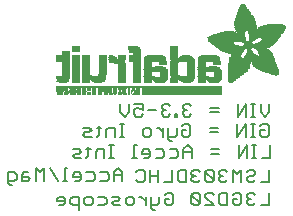
<source format=gbr>
G04 EAGLE Gerber RS-274X export*
G75*
%MOMM*%
%FSLAX34Y34*%
%LPD*%
%INSilkscreen Bottom*%
%IPPOS*%
%AMOC8*
5,1,8,0,0,1.08239X$1,22.5*%
G01*
%ADD10C,0.203200*%
%ADD11R,6.839700X0.016800*%
%ADD12R,0.268300X0.016800*%
%ADD13R,0.268200X0.016800*%
%ADD14R,0.251500X0.016800*%
%ADD15R,0.301800X0.016800*%
%ADD16R,0.251400X0.016800*%
%ADD17R,0.285000X0.016800*%
%ADD18R,0.301700X0.016800*%
%ADD19R,0.419100X0.016800*%
%ADD20R,0.318500X0.016800*%
%ADD21R,0.586700X0.016800*%
%ADD22R,0.586800X0.016800*%
%ADD23R,6.839700X0.016700*%
%ADD24R,0.268300X0.016700*%
%ADD25R,0.251400X0.016700*%
%ADD26R,0.251500X0.016700*%
%ADD27R,0.301800X0.016700*%
%ADD28R,0.285000X0.016700*%
%ADD29R,0.301700X0.016700*%
%ADD30R,0.419100X0.016700*%
%ADD31R,0.318500X0.016700*%
%ADD32R,0.586700X0.016700*%
%ADD33R,0.586800X0.016700*%
%ADD34R,0.318600X0.016800*%
%ADD35R,0.569900X0.016800*%
%ADD36R,0.335300X0.016800*%
%ADD37R,0.234700X0.016800*%
%ADD38R,0.234700X0.016700*%
%ADD39R,0.016700X0.016700*%
%ADD40R,0.318600X0.016700*%
%ADD41R,0.569900X0.016700*%
%ADD42R,0.335300X0.016700*%
%ADD43R,0.217900X0.016800*%
%ADD44R,0.033500X0.016800*%
%ADD45R,0.570000X0.016800*%
%ADD46R,0.201100X0.016700*%
%ADD47R,0.050300X0.016700*%
%ADD48R,0.670500X0.016700*%
%ADD49R,1.005800X0.016700*%
%ADD50R,0.570000X0.016700*%
%ADD51R,0.201100X0.016800*%
%ADD52R,0.067000X0.016800*%
%ADD53R,0.670500X0.016800*%
%ADD54R,1.005800X0.016800*%
%ADD55R,0.184400X0.016800*%
%ADD56R,0.989000X0.016800*%
%ADD57R,0.184400X0.016700*%
%ADD58R,0.067000X0.016700*%
%ADD59R,0.989000X0.016700*%
%ADD60R,0.167600X0.016800*%
%ADD61R,0.083800X0.016800*%
%ADD62R,0.637000X0.016800*%
%ADD63R,0.955500X0.016800*%
%ADD64R,0.150800X0.016800*%
%ADD65R,0.100600X0.016800*%
%ADD66R,0.536400X0.016800*%
%ADD67R,0.854900X0.016800*%
%ADD68R,0.150800X0.016700*%
%ADD69R,0.100600X0.016700*%
%ADD70R,0.352000X0.016700*%
%ADD71R,0.435900X0.016700*%
%ADD72R,0.402400X0.016700*%
%ADD73R,0.368800X0.016700*%
%ADD74R,0.134100X0.016800*%
%ADD75R,0.117300X0.016800*%
%ADD76R,0.435900X0.016800*%
%ADD77R,0.368900X0.016800*%
%ADD78R,0.603500X0.016800*%
%ADD79R,0.134100X0.016700*%
%ADD80R,0.117300X0.016700*%
%ADD81R,0.452600X0.016700*%
%ADD82R,0.620300X0.016700*%
%ADD83R,0.284900X0.016800*%
%ADD84R,0.486200X0.016800*%
%ADD85R,0.653800X0.016800*%
%ADD86R,0.804700X0.016800*%
%ADD87R,0.150900X0.016700*%
%ADD88R,0.268200X0.016700*%
%ADD89R,0.737600X0.016700*%
%ADD90R,0.603500X0.016700*%
%ADD91R,0.922000X0.016700*%
%ADD92R,0.150900X0.016800*%
%ADD93R,0.821400X0.016800*%
%ADD94R,0.972300X0.016800*%
%ADD95R,0.989100X0.016800*%
%ADD96R,0.083800X0.016700*%
%ADD97R,0.167600X0.016700*%
%ADD98R,0.821400X0.016700*%
%ADD99R,0.989100X0.016700*%
%ADD100R,0.201200X0.016700*%
%ADD101R,0.050300X0.016800*%
%ADD102R,0.201200X0.016800*%
%ADD103R,0.217900X0.016700*%
%ADD104R,0.284900X0.016700*%
%ADD105R,0.352100X0.016800*%
%ADD106R,0.620300X0.016800*%
%ADD107R,0.385600X0.016800*%
%ADD108R,0.335200X0.016800*%
%ADD109R,0.385600X0.016700*%
%ADD110R,0.687400X0.016700*%
%ADD111R,13.998000X0.016800*%
%ADD112R,13.998000X0.016700*%
%ADD113R,0.637000X0.016700*%
%ADD114R,0.486100X0.016700*%
%ADD115R,0.637100X0.016700*%
%ADD116R,0.519700X0.016700*%
%ADD117R,0.536500X0.016700*%
%ADD118R,0.787900X0.016800*%
%ADD119R,0.687400X0.016800*%
%ADD120R,0.771200X0.016800*%
%ADD121R,0.637100X0.016800*%
%ADD122R,0.720800X0.016800*%
%ADD123R,0.704100X0.016800*%
%ADD124R,0.754400X0.016800*%
%ADD125R,0.838200X0.016700*%
%ADD126R,0.871800X0.016700*%
%ADD127R,0.871700X0.016700*%
%ADD128R,0.402400X0.016800*%
%ADD129R,0.922100X0.016800*%
%ADD130R,0.938800X0.016800*%
%ADD131R,0.938800X0.016700*%
%ADD132R,1.022600X0.016700*%
%ADD133R,0.972400X0.016700*%
%ADD134R,0.972300X0.016700*%
%ADD135R,0.469400X0.016800*%
%ADD136R,1.072900X0.016800*%
%ADD137R,1.022600X0.016800*%
%ADD138R,1.005900X0.016800*%
%ADD139R,0.502900X0.016800*%
%ADD140R,1.123200X0.016800*%
%ADD141R,1.056200X0.016800*%
%ADD142R,1.123100X0.016800*%
%ADD143R,1.139900X0.016700*%
%ADD144R,1.089600X0.016700*%
%ADD145R,0.553200X0.016800*%
%ADD146R,1.190200X0.016800*%
%ADD147R,1.190300X0.016800*%
%ADD148R,1.039400X0.016800*%
%ADD149R,1.223700X0.016800*%
%ADD150R,1.173500X0.016800*%
%ADD151R,1.223800X0.016800*%
%ADD152R,1.240500X0.016700*%
%ADD153R,1.173500X0.016700*%
%ADD154R,1.240600X0.016700*%
%ADD155R,1.190300X0.016700*%
%ADD156R,1.056200X0.016700*%
%ADD157R,1.274100X0.016800*%
%ADD158R,1.274000X0.016800*%
%ADD159R,1.307600X0.016800*%
%ADD160R,1.257300X0.016800*%
%ADD161R,1.324400X0.016800*%
%ADD162R,0.687300X0.016700*%
%ADD163R,1.324400X0.016700*%
%ADD164R,1.307500X0.016700*%
%ADD165R,1.274100X0.016700*%
%ADD166R,1.072900X0.016700*%
%ADD167R,2.011600X0.016800*%
%ADD168R,1.324300X0.016800*%
%ADD169R,1.978100X0.016800*%
%ADD170R,2.011600X0.016700*%
%ADD171R,1.357900X0.016700*%
%ADD172R,1.994900X0.016700*%
%ADD173R,1.341200X0.016700*%
%ADD174R,1.089700X0.016700*%
%ADD175R,0.754300X0.016800*%
%ADD176R,1.994900X0.016800*%
%ADD177R,1.995000X0.016800*%
%ADD178R,1.089700X0.016800*%
%ADD179R,0.787900X0.016700*%
%ADD180R,1.995000X0.016700*%
%ADD181R,2.028400X0.016800*%
%ADD182R,2.011700X0.016800*%
%ADD183R,1.106500X0.016800*%
%ADD184R,2.028400X0.016700*%
%ADD185R,2.011700X0.016700*%
%ADD186R,1.106500X0.016700*%
%ADD187R,0.888400X0.016800*%
%ADD188R,0.922000X0.016800*%
%ADD189R,0.938700X0.016700*%
%ADD190R,2.045200X0.016800*%
%ADD191R,0.938700X0.016800*%
%ADD192R,0.670600X0.016700*%
%ADD193R,0.888500X0.016700*%
%ADD194R,2.045200X0.016700*%
%ADD195R,0.888400X0.016700*%
%ADD196R,0.804600X0.016800*%
%ADD197R,2.028500X0.016800*%
%ADD198R,1.056100X0.016700*%
%ADD199R,0.771100X0.016700*%
%ADD200R,0.754300X0.016700*%
%ADD201R,2.028500X0.016700*%
%ADD202R,0.737700X0.016700*%
%ADD203R,1.072800X0.016800*%
%ADD204R,0.871700X0.016800*%
%ADD205R,0.737600X0.016800*%
%ADD206R,0.871800X0.016800*%
%ADD207R,1.089600X0.016800*%
%ADD208R,0.704000X0.016800*%
%ADD209R,0.687300X0.016800*%
%ADD210R,0.670600X0.016800*%
%ADD211R,1.123100X0.016700*%
%ADD212R,0.720800X0.016700*%
%ADD213R,0.653700X0.016700*%
%ADD214R,0.653800X0.016700*%
%ADD215R,1.139900X0.016800*%
%ADD216R,1.173400X0.016800*%
%ADD217R,1.190200X0.016700*%
%ADD218R,1.207000X0.016800*%
%ADD219R,1.240500X0.016800*%
%ADD220R,0.469400X0.016700*%
%ADD221R,1.274000X0.016700*%
%ADD222R,0.519600X0.016800*%
%ADD223R,1.341100X0.016800*%
%ADD224R,0.771200X0.016700*%
%ADD225R,1.374600X0.016700*%
%ADD226R,0.838200X0.016800*%
%ADD227R,1.391400X0.016800*%
%ADD228R,1.424900X0.016800*%
%ADD229R,1.441700X0.016700*%
%ADD230R,1.475200X0.016800*%
%ADD231R,1.491900X0.016700*%
%ADD232R,1.525500X0.016800*%
%ADD233R,1.559000X0.016700*%
%ADD234R,1.575800X0.016800*%
%ADD235R,1.307600X0.016700*%
%ADD236R,1.592500X0.016700*%
%ADD237R,1.374700X0.016800*%
%ADD238R,1.609300X0.016800*%
%ADD239R,1.408200X0.016800*%
%ADD240R,1.626100X0.016800*%
%ADD241R,1.626100X0.016700*%
%ADD242R,1.508800X0.016800*%
%ADD243R,1.659600X0.016800*%
%ADD244R,1.559000X0.016800*%
%ADD245R,1.676400X0.016800*%
%ADD246R,1.575800X0.016700*%
%ADD247R,1.676400X0.016700*%
%ADD248R,1.978100X0.016700*%
%ADD249R,1.693100X0.016800*%
%ADD250R,1.642800X0.016800*%
%ADD251R,1.709900X0.016800*%
%ADD252R,1.961300X0.016800*%
%ADD253R,1.726600X0.016700*%
%ADD254R,1.961300X0.016700*%
%ADD255R,1.693200X0.016800*%
%ADD256R,1.726600X0.016800*%
%ADD257R,1.944600X0.016800*%
%ADD258R,1.726700X0.016700*%
%ADD259R,1.743400X0.016700*%
%ADD260R,1.944600X0.016700*%
%ADD261R,1.726700X0.016800*%
%ADD262R,1.760200X0.016800*%
%ADD263R,1.927800X0.016800*%
%ADD264R,1.911000X0.016800*%
%ADD265R,1.793700X0.016700*%
%ADD266R,1.776900X0.016700*%
%ADD267R,1.911100X0.016700*%
%ADD268R,1.894300X0.016700*%
%ADD269R,1.793800X0.016800*%
%ADD270R,1.776900X0.016800*%
%ADD271R,1.911100X0.016800*%
%ADD272R,1.894300X0.016800*%
%ADD273R,1.827300X0.016800*%
%ADD274R,1.810500X0.016800*%
%ADD275R,1.877500X0.016800*%
%ADD276R,1.844100X0.016700*%
%ADD277R,1.810500X0.016700*%
%ADD278R,1.860800X0.016700*%
%ADD279R,1.844000X0.016700*%
%ADD280R,1.860900X0.016800*%
%ADD281R,1.844000X0.016800*%
%ADD282R,1.827200X0.016800*%
%ADD283R,1.860800X0.016800*%
%ADD284R,1.793700X0.016800*%
%ADD285R,1.877600X0.016700*%
%ADD286R,1.827200X0.016700*%
%ADD287R,1.927800X0.016700*%
%ADD288R,1.927900X0.016800*%
%ADD289R,1.944700X0.016700*%
%ADD290R,1.877500X0.016700*%
%ADD291R,1.961400X0.016800*%
%ADD292R,1.961400X0.016700*%
%ADD293R,1.978200X0.016800*%
%ADD294R,1.911000X0.016700*%
%ADD295R,0.620200X0.016800*%
%ADD296R,1.425000X0.016800*%
%ADD297R,0.620200X0.016700*%
%ADD298R,1.425000X0.016700*%
%ADD299R,0.653700X0.016800*%
%ADD300R,0.704100X0.016700*%
%ADD301R,0.804700X0.016700*%
%ADD302R,0.905200X0.016800*%
%ADD303R,1.894400X0.016800*%
%ADD304R,1.927900X0.016700*%
%ADD305R,1.877600X0.016800*%
%ADD306R,3.889300X0.016800*%
%ADD307R,3.872500X0.016700*%
%ADD308R,3.872500X0.016800*%
%ADD309R,3.855700X0.016700*%
%ADD310R,0.754400X0.016700*%
%ADD311R,3.855700X0.016800*%
%ADD312R,3.839000X0.016800*%
%ADD313R,0.720900X0.016800*%
%ADD314R,3.822200X0.016700*%
%ADD315R,2.715700X0.016800*%
%ADD316R,2.632000X0.016800*%
%ADD317R,1.290800X0.016800*%
%ADD318R,2.615200X0.016700*%
%ADD319R,1.257300X0.016700*%
%ADD320R,2.581700X0.016800*%
%ADD321R,1.240600X0.016800*%
%ADD322R,2.564900X0.016800*%
%ADD323R,1.760300X0.016800*%
%ADD324R,2.531400X0.016700*%
%ADD325R,1.156700X0.016700*%
%ADD326R,2.514600X0.016800*%
%ADD327R,0.955600X0.016800*%
%ADD328R,2.497800X0.016800*%
%ADD329R,1.659700X0.016800*%
%ADD330R,2.464300X0.016700*%
%ADD331R,1.039300X0.016700*%
%ADD332R,2.447500X0.016800*%
%ADD333R,1.592500X0.016800*%
%ADD334R,0.536500X0.016800*%
%ADD335R,2.430800X0.016700*%
%ADD336R,1.559100X0.016700*%
%ADD337R,1.542300X0.016700*%
%ADD338R,0.502900X0.016700*%
%ADD339R,2.414000X0.016800*%
%ADD340R,0.905300X0.016800*%
%ADD341R,1.508700X0.016800*%
%ADD342R,0.888500X0.016800*%
%ADD343R,2.397300X0.016800*%
%ADD344R,1.441700X0.016800*%
%ADD345R,0.452700X0.016800*%
%ADD346R,1.290900X0.016700*%
%ADD347R,1.156700X0.016800*%
%ADD348R,0.855000X0.016800*%
%ADD349R,1.123200X0.016700*%
%ADD350R,0.720900X0.016700*%
%ADD351R,1.106400X0.016800*%
%ADD352R,1.106400X0.016700*%
%ADD353R,0.771100X0.016800*%
%ADD354R,0.435800X0.016700*%
%ADD355R,1.592600X0.016700*%
%ADD356R,0.435800X0.016800*%
%ADD357R,1.642900X0.016800*%
%ADD358R,0.402300X0.016800*%
%ADD359R,1.793800X0.016700*%
%ADD360R,0.368800X0.016800*%
%ADD361R,1.056100X0.016800*%
%ADD362R,1.039400X0.016700*%
%ADD363R,2.078800X0.016800*%
%ADD364R,0.335200X0.016700*%
%ADD365R,2.145800X0.016700*%
%ADD366R,2.162600X0.016800*%
%ADD367R,0.352000X0.016800*%
%ADD368R,2.212800X0.016800*%
%ADD369R,2.279900X0.016700*%
%ADD370R,2.330200X0.016800*%
%ADD371R,2.799500X0.016800*%
%ADD372R,2.816300X0.016700*%
%ADD373R,0.955500X0.016700*%
%ADD374R,2.849900X0.016800*%
%ADD375R,2.916900X0.016800*%
%ADD376R,4.224500X0.016700*%
%ADD377R,4.291600X0.016800*%
%ADD378R,4.409000X0.016800*%
%ADD379R,4.509500X0.016700*%
%ADD380R,4.526300X0.016800*%
%ADD381R,4.626800X0.016700*%
%ADD382R,4.693900X0.016800*%
%ADD383R,4.727400X0.016800*%
%ADD384R,2.548200X0.016700*%
%ADD385R,2.179300X0.016700*%
%ADD386R,2.430800X0.016800*%
%ADD387R,2.414000X0.016700*%
%ADD388R,2.414100X0.016800*%
%ADD389R,2.430700X0.016700*%
%ADD390R,2.447600X0.016700*%
%ADD391R,1.559100X0.016800*%
%ADD392R,1.525500X0.016700*%
%ADD393R,1.492000X0.016800*%
%ADD394R,1.491900X0.016800*%
%ADD395R,1.458500X0.016700*%
%ADD396R,2.061900X0.016800*%
%ADD397R,1.408100X0.016700*%
%ADD398R,0.905200X0.016700*%
%ADD399R,2.112300X0.016700*%
%ADD400R,2.179300X0.016800*%
%ADD401R,1.408200X0.016700*%
%ADD402R,2.212900X0.016700*%
%ADD403R,1.140000X0.016800*%
%ADD404R,3.319300X0.016800*%
%ADD405R,1.374700X0.016700*%
%ADD406R,0.402300X0.016700*%
%ADD407R,3.302500X0.016700*%
%ADD408R,3.285700X0.016800*%
%ADD409R,1.357900X0.016800*%
%ADD410R,3.269000X0.016800*%
%ADD411R,3.285800X0.016700*%
%ADD412R,3.268900X0.016800*%
%ADD413R,0.452700X0.016700*%
%ADD414R,3.268900X0.016700*%
%ADD415R,1.391400X0.016700*%
%ADD416R,3.269000X0.016700*%
%ADD417R,1.374600X0.016800*%
%ADD418R,0.519700X0.016800*%
%ADD419R,3.252200X0.016800*%
%ADD420R,3.235400X0.016800*%
%ADD421R,3.235400X0.016700*%
%ADD422R,3.218600X0.016800*%
%ADD423R,3.201900X0.016800*%
%ADD424R,3.201900X0.016700*%
%ADD425R,1.458500X0.016800*%
%ADD426R,1.525600X0.016800*%
%ADD427R,3.185100X0.016800*%
%ADD428R,2.531300X0.016700*%
%ADD429R,3.168400X0.016700*%
%ADD430R,2.531300X0.016800*%
%ADD431R,3.151600X0.016800*%
%ADD432R,2.548100X0.016800*%
%ADD433R,3.134900X0.016800*%
%ADD434R,2.564900X0.016700*%
%ADD435R,3.118100X0.016700*%
%ADD436R,2.581600X0.016800*%
%ADD437R,3.101400X0.016800*%
%ADD438R,2.598400X0.016700*%
%ADD439R,3.067900X0.016700*%
%ADD440R,2.598400X0.016800*%
%ADD441R,3.034300X0.016800*%
%ADD442R,2.615100X0.016800*%
%ADD443R,3.000800X0.016800*%
%ADD444R,2.631900X0.016700*%
%ADD445R,2.950500X0.016700*%
%ADD446R,2.648700X0.016800*%
%ADD447R,2.900200X0.016800*%
%ADD448R,2.665500X0.016800*%
%ADD449R,2.682200X0.016700*%
%ADD450R,2.799600X0.016700*%
%ADD451R,2.699000X0.016800*%
%ADD452R,2.732500X0.016800*%
%ADD453R,2.749300X0.016700*%
%ADD454R,2.632000X0.016700*%
%ADD455R,2.749300X0.016800*%
%ADD456R,2.766100X0.016700*%
%ADD457R,2.766100X0.016800*%
%ADD458R,2.481100X0.016800*%
%ADD459R,2.782900X0.016800*%
%ADD460R,2.380500X0.016700*%
%ADD461R,2.833100X0.016800*%
%ADD462R,1.592600X0.016800*%
%ADD463R,2.849900X0.016700*%
%ADD464R,2.883400X0.016800*%
%ADD465R,2.917000X0.016700*%
%ADD466R,2.933700X0.016800*%
%ADD467R,2.967200X0.016800*%
%ADD468R,2.967200X0.016700*%
%ADD469R,3.017500X0.016700*%
%ADD470R,3.051000X0.016800*%
%ADD471R,0.788000X0.016800*%
%ADD472R,3.084600X0.016800*%
%ADD473R,2.397300X0.016700*%
%ADD474R,2.397200X0.016800*%
%ADD475R,1.760200X0.016700*%
%ADD476R,2.397200X0.016700*%
%ADD477R,1.827300X0.016700*%
%ADD478R,2.380500X0.016800*%
%ADD479R,2.363700X0.016800*%
%ADD480R,2.363700X0.016700*%
%ADD481R,2.346900X0.016800*%
%ADD482R,2.296600X0.016700*%
%ADD483R,2.279900X0.016800*%
%ADD484R,2.246300X0.016800*%
%ADD485R,2.229600X0.016700*%
%ADD486R,2.129100X0.016800*%
%ADD487R,2.112300X0.016800*%
%ADD488R,1.609300X0.016700*%
%ADD489R,1.743400X0.016800*%
%ADD490R,1.693100X0.016700*%
%ADD491R,1.659700X0.016700*%
%ADD492R,1.575900X0.016800*%
%ADD493R,1.575900X0.016700*%
%ADD494R,1.475200X0.016700*%
%ADD495R,1.324300X0.016700*%
%ADD496R,1.290800X0.016700*%
%ADD497R,1.207000X0.016700*%
%ADD498R,0.854900X0.016700*%
%ADD499R,0.821500X0.016700*%
%ADD500R,0.821500X0.016800*%
%ADD501R,0.218000X0.016800*%


D10*
X91099Y10164D02*
X92879Y11943D01*
X96438Y11943D01*
X98217Y10164D01*
X98217Y3046D01*
X96438Y1266D01*
X92879Y1266D01*
X91099Y3046D01*
X91099Y6605D01*
X94658Y6605D01*
X86523Y1266D02*
X82964Y1266D01*
X84744Y1266D02*
X84744Y11943D01*
X86523Y11943D02*
X82964Y11943D01*
X78728Y11943D02*
X78728Y1266D01*
X71609Y1266D02*
X78728Y11943D01*
X71609Y11943D02*
X71609Y1266D01*
X55340Y4825D02*
X48222Y4825D01*
X48222Y8384D02*
X55340Y8384D01*
X26613Y11943D02*
X24834Y10164D01*
X26613Y11943D02*
X30172Y11943D01*
X31952Y10164D01*
X31952Y3046D01*
X30172Y1266D01*
X26613Y1266D01*
X24834Y3046D01*
X24834Y6605D01*
X28393Y6605D01*
X20258Y8384D02*
X20258Y3046D01*
X18478Y1266D01*
X13140Y1266D01*
X13140Y-514D02*
X13140Y8384D01*
X13140Y-514D02*
X14919Y-2293D01*
X16699Y-2293D01*
X8564Y1266D02*
X8564Y8384D01*
X8564Y4825D02*
X5005Y8384D01*
X3225Y8384D01*
X-2961Y1266D02*
X-6520Y1266D01*
X-8299Y3046D01*
X-8299Y6605D01*
X-6520Y8384D01*
X-2961Y8384D01*
X-1181Y6605D01*
X-1181Y3046D01*
X-2961Y1266D01*
X-24569Y1266D02*
X-28128Y1266D01*
X-26349Y1266D02*
X-26349Y11943D01*
X-28128Y11943D02*
X-24569Y11943D01*
X-32365Y8384D02*
X-32365Y1266D01*
X-32365Y8384D02*
X-37704Y8384D01*
X-39483Y6605D01*
X-39483Y1266D01*
X-45839Y3046D02*
X-45839Y10164D01*
X-45839Y3046D02*
X-47618Y1266D01*
X-47618Y8384D02*
X-44059Y8384D01*
X-51855Y1266D02*
X-57194Y1266D01*
X-58973Y3046D01*
X-57194Y4825D01*
X-53635Y4825D01*
X-51855Y6605D01*
X-53635Y8384D01*
X-58973Y8384D01*
X99360Y-6057D02*
X99360Y-16734D01*
X92242Y-16734D01*
X87666Y-16734D02*
X84107Y-16734D01*
X85886Y-16734D02*
X85886Y-6057D01*
X84107Y-6057D02*
X87666Y-6057D01*
X79870Y-6057D02*
X79870Y-16734D01*
X72752Y-16734D02*
X79870Y-6057D01*
X72752Y-6057D02*
X72752Y-16734D01*
X56482Y-13175D02*
X49364Y-13175D01*
X49364Y-9616D02*
X56482Y-9616D01*
X33094Y-9616D02*
X33094Y-16734D01*
X33094Y-9616D02*
X29535Y-6057D01*
X25976Y-9616D01*
X25976Y-16734D01*
X25976Y-11395D02*
X33094Y-11395D01*
X19621Y-9616D02*
X14282Y-9616D01*
X19621Y-9616D02*
X21400Y-11395D01*
X21400Y-14955D01*
X19621Y-16734D01*
X14282Y-16734D01*
X7927Y-9616D02*
X2588Y-9616D01*
X7927Y-9616D02*
X9706Y-11395D01*
X9706Y-14955D01*
X7927Y-16734D01*
X2588Y-16734D01*
X-3767Y-16734D02*
X-7326Y-16734D01*
X-3767Y-16734D02*
X-1988Y-14955D01*
X-1988Y-11395D01*
X-3767Y-9616D01*
X-7326Y-9616D01*
X-9106Y-11395D01*
X-9106Y-13175D01*
X-1988Y-13175D01*
X-13682Y-6057D02*
X-15461Y-6057D01*
X-15461Y-16734D01*
X-13682Y-16734D02*
X-17241Y-16734D01*
X-33172Y-16734D02*
X-36731Y-16734D01*
X-34951Y-16734D02*
X-34951Y-6057D01*
X-33172Y-6057D02*
X-36731Y-6057D01*
X-40968Y-9616D02*
X-40968Y-16734D01*
X-40968Y-9616D02*
X-46306Y-9616D01*
X-48086Y-11395D01*
X-48086Y-16734D01*
X-54441Y-14955D02*
X-54441Y-7836D01*
X-54441Y-14955D02*
X-56221Y-16734D01*
X-56221Y-9616D02*
X-52662Y-9616D01*
X-60458Y-16734D02*
X-65796Y-16734D01*
X-67576Y-14955D01*
X-65796Y-13175D01*
X-62237Y-13175D01*
X-60458Y-11395D01*
X-62237Y-9616D01*
X-67576Y-9616D01*
X98625Y21855D02*
X98625Y28973D01*
X98625Y21855D02*
X95066Y18296D01*
X91507Y21855D01*
X91507Y28973D01*
X86932Y18296D02*
X83372Y18296D01*
X85152Y18296D02*
X85152Y28973D01*
X86932Y28973D02*
X83372Y28973D01*
X79136Y28973D02*
X79136Y18296D01*
X72017Y18296D02*
X79136Y28973D01*
X72017Y28973D02*
X72017Y18296D01*
X55748Y21855D02*
X48630Y21855D01*
X48630Y25414D02*
X55748Y25414D01*
X32360Y27194D02*
X30580Y28973D01*
X27021Y28973D01*
X25242Y27194D01*
X25242Y25414D01*
X27021Y23635D01*
X28801Y23635D01*
X27021Y23635D02*
X25242Y21855D01*
X25242Y20076D01*
X27021Y18296D01*
X30580Y18296D01*
X32360Y20076D01*
X20666Y20076D02*
X20666Y18296D01*
X20666Y20076D02*
X18886Y20076D01*
X18886Y18296D01*
X20666Y18296D01*
X14819Y27194D02*
X13039Y28973D01*
X9480Y28973D01*
X7701Y27194D01*
X7701Y25414D01*
X9480Y23635D01*
X11260Y23635D01*
X9480Y23635D02*
X7701Y21855D01*
X7701Y20076D01*
X9480Y18296D01*
X13039Y18296D01*
X14819Y20076D01*
X3125Y23635D02*
X-3993Y23635D01*
X-8569Y28973D02*
X-15687Y28973D01*
X-8569Y28973D02*
X-8569Y23635D01*
X-12128Y25414D01*
X-13908Y25414D01*
X-15687Y23635D01*
X-15687Y20076D01*
X-13908Y18296D01*
X-10349Y18296D01*
X-8569Y20076D01*
X-20263Y21855D02*
X-20263Y28973D01*
X-20263Y21855D02*
X-23822Y18296D01*
X-27381Y21855D01*
X-27381Y28973D01*
X98364Y-26767D02*
X98364Y-37444D01*
X91246Y-37444D01*
X81331Y-26767D02*
X79552Y-28546D01*
X81331Y-26767D02*
X84891Y-26767D01*
X86670Y-28546D01*
X86670Y-30326D01*
X84891Y-32105D01*
X81331Y-32105D01*
X79552Y-33885D01*
X79552Y-35665D01*
X81331Y-37444D01*
X84891Y-37444D01*
X86670Y-35665D01*
X74976Y-37444D02*
X74976Y-26767D01*
X71417Y-30326D01*
X67858Y-26767D01*
X67858Y-37444D01*
X63282Y-28546D02*
X61503Y-26767D01*
X57944Y-26767D01*
X56164Y-28546D01*
X56164Y-30326D01*
X57944Y-32105D01*
X59723Y-32105D01*
X57944Y-32105D02*
X56164Y-33885D01*
X56164Y-35665D01*
X57944Y-37444D01*
X61503Y-37444D01*
X63282Y-35665D01*
X51588Y-35665D02*
X51588Y-28546D01*
X49809Y-26767D01*
X46250Y-26767D01*
X44470Y-28546D01*
X44470Y-35665D01*
X46250Y-37444D01*
X49809Y-37444D01*
X51588Y-35665D01*
X44470Y-28546D01*
X39894Y-28546D02*
X38115Y-26767D01*
X34556Y-26767D01*
X32776Y-28546D01*
X32776Y-30326D01*
X34556Y-32105D01*
X36335Y-32105D01*
X34556Y-32105D02*
X32776Y-33885D01*
X32776Y-35665D01*
X34556Y-37444D01*
X38115Y-37444D01*
X39894Y-35665D01*
X28200Y-37444D02*
X28200Y-26767D01*
X28200Y-37444D02*
X22862Y-37444D01*
X21082Y-35665D01*
X21082Y-28546D01*
X22862Y-26767D01*
X28200Y-26767D01*
X16506Y-26767D02*
X16506Y-37444D01*
X9388Y-37444D01*
X4812Y-37444D02*
X4812Y-26767D01*
X4812Y-32105D02*
X-2306Y-32105D01*
X-2306Y-26767D02*
X-2306Y-37444D01*
X-12220Y-26767D02*
X-14000Y-28546D01*
X-12220Y-26767D02*
X-8661Y-26767D01*
X-6882Y-28546D01*
X-6882Y-35665D01*
X-8661Y-37444D01*
X-12220Y-37444D01*
X-14000Y-35665D01*
X98364Y-46307D02*
X98364Y-56984D01*
X91246Y-56984D01*
X86670Y-48086D02*
X84891Y-46307D01*
X81331Y-46307D01*
X79552Y-48086D01*
X79552Y-49866D01*
X81331Y-51645D01*
X83111Y-51645D01*
X81331Y-51645D02*
X79552Y-53425D01*
X79552Y-55205D01*
X81331Y-56984D01*
X84891Y-56984D01*
X86670Y-55205D01*
X69638Y-46307D02*
X67858Y-48086D01*
X69638Y-46307D02*
X73197Y-46307D01*
X74976Y-48086D01*
X74976Y-55205D01*
X73197Y-56984D01*
X69638Y-56984D01*
X67858Y-55205D01*
X67858Y-51645D01*
X71417Y-51645D01*
X63282Y-46307D02*
X63282Y-56984D01*
X57944Y-56984D01*
X56164Y-55205D01*
X56164Y-48086D01*
X57944Y-46307D01*
X63282Y-46307D01*
X51588Y-56984D02*
X44470Y-56984D01*
X51588Y-56984D02*
X44470Y-49866D01*
X44470Y-48086D01*
X46250Y-46307D01*
X49809Y-46307D01*
X51588Y-48086D01*
X39894Y-48086D02*
X39894Y-55205D01*
X39894Y-48086D02*
X38115Y-46307D01*
X34556Y-46307D01*
X32776Y-48086D01*
X32776Y-55205D01*
X34556Y-56984D01*
X38115Y-56984D01*
X39894Y-55205D01*
X32776Y-48086D01*
X12025Y-46307D02*
X10246Y-48086D01*
X12025Y-46307D02*
X15585Y-46307D01*
X17364Y-48086D01*
X17364Y-55205D01*
X15585Y-56984D01*
X12025Y-56984D01*
X10246Y-55205D01*
X10246Y-51645D01*
X13805Y-51645D01*
X5670Y-49866D02*
X5670Y-55205D01*
X3891Y-56984D01*
X-1448Y-56984D01*
X-1448Y-58764D02*
X-1448Y-49866D01*
X-1448Y-58764D02*
X331Y-60543D01*
X2111Y-60543D01*
X-6024Y-56984D02*
X-6024Y-49866D01*
X-6024Y-53425D02*
X-9583Y-49866D01*
X-11363Y-49866D01*
X-17548Y-56984D02*
X-21107Y-56984D01*
X-22887Y-55205D01*
X-22887Y-51645D01*
X-21107Y-49866D01*
X-17548Y-49866D01*
X-15769Y-51645D01*
X-15769Y-55205D01*
X-17548Y-56984D01*
X-27463Y-56984D02*
X-32801Y-56984D01*
X-34581Y-55205D01*
X-32801Y-53425D01*
X-29242Y-53425D01*
X-27463Y-51645D01*
X-29242Y-49866D01*
X-34581Y-49866D01*
X-40936Y-49866D02*
X-46275Y-49866D01*
X-40936Y-49866D02*
X-39157Y-51645D01*
X-39157Y-55205D01*
X-40936Y-56984D01*
X-46275Y-56984D01*
X-52630Y-56984D02*
X-56189Y-56984D01*
X-57969Y-55205D01*
X-57969Y-51645D01*
X-56189Y-49866D01*
X-52630Y-49866D01*
X-50851Y-51645D01*
X-50851Y-55205D01*
X-52630Y-56984D01*
X-62545Y-60543D02*
X-62545Y-49866D01*
X-67883Y-49866D01*
X-69663Y-51645D01*
X-69663Y-55205D01*
X-67883Y-56984D01*
X-62545Y-56984D01*
X-76018Y-56984D02*
X-79577Y-56984D01*
X-76018Y-56984D02*
X-74239Y-55205D01*
X-74239Y-51645D01*
X-76018Y-49866D01*
X-79577Y-49866D01*
X-81357Y-51645D01*
X-81357Y-53425D01*
X-74239Y-53425D01*
X-25636Y-36174D02*
X-25636Y-29056D01*
X-29195Y-25497D01*
X-32754Y-29056D01*
X-32754Y-36174D01*
X-32754Y-30835D02*
X-25636Y-30835D01*
X-39109Y-29056D02*
X-44448Y-29056D01*
X-39109Y-29056D02*
X-37330Y-30835D01*
X-37330Y-34395D01*
X-39109Y-36174D01*
X-44448Y-36174D01*
X-50803Y-29056D02*
X-56142Y-29056D01*
X-50803Y-29056D02*
X-49024Y-30835D01*
X-49024Y-34395D01*
X-50803Y-36174D01*
X-56142Y-36174D01*
X-62497Y-36174D02*
X-66056Y-36174D01*
X-62497Y-36174D02*
X-60718Y-34395D01*
X-60718Y-30835D01*
X-62497Y-29056D01*
X-66056Y-29056D01*
X-67836Y-30835D01*
X-67836Y-32615D01*
X-60718Y-32615D01*
X-72412Y-25497D02*
X-74191Y-25497D01*
X-74191Y-36174D01*
X-72412Y-36174D02*
X-75971Y-36174D01*
X-80208Y-36174D02*
X-87326Y-25497D01*
X-91902Y-25497D02*
X-91902Y-36174D01*
X-95461Y-29056D02*
X-91902Y-25497D01*
X-95461Y-29056D02*
X-99020Y-25497D01*
X-99020Y-36174D01*
X-105375Y-29056D02*
X-108934Y-29056D01*
X-110714Y-30835D01*
X-110714Y-36174D01*
X-105375Y-36174D01*
X-103596Y-34395D01*
X-105375Y-32615D01*
X-110714Y-32615D01*
X-118849Y-39733D02*
X-120628Y-39733D01*
X-122408Y-37954D01*
X-122408Y-29056D01*
X-117069Y-29056D01*
X-115290Y-30835D01*
X-115290Y-34395D01*
X-117069Y-36174D01*
X-122408Y-36174D01*
D11*
X24362Y36830D03*
D12*
X-12185Y36830D03*
D13*
X-15705Y36830D03*
D14*
X-20148Y36830D03*
D12*
X-23752Y36830D03*
D15*
X-27775Y36830D03*
D16*
X-31882Y36830D03*
D17*
X-35738Y36830D03*
D18*
X-39678Y36830D03*
D19*
X-44288Y36830D03*
X-49485Y36830D03*
D20*
X-54179Y36830D03*
D17*
X-58202Y36830D03*
X-62057Y36830D03*
D21*
X-67590Y36830D03*
D18*
X-73038Y36830D03*
D22*
X-78486Y36830D03*
D23*
X24362Y36998D03*
D24*
X-12185Y36998D03*
D25*
X-15621Y36998D03*
D26*
X-20148Y36998D03*
D27*
X-23919Y36998D03*
D28*
X-27859Y36998D03*
D29*
X-31799Y36998D03*
D28*
X-35738Y36998D03*
D29*
X-39678Y36998D03*
D30*
X-44288Y36998D03*
X-49485Y36998D03*
D31*
X-54179Y36998D03*
D28*
X-58202Y36998D03*
X-62057Y36998D03*
D32*
X-67590Y36998D03*
D31*
X-72954Y36998D03*
D33*
X-78486Y36998D03*
D11*
X24362Y37165D03*
D12*
X-12185Y37165D03*
D16*
X-15621Y37165D03*
D14*
X-20148Y37165D03*
D34*
X-24003Y37165D03*
D12*
X-27943Y37165D03*
D20*
X-31883Y37165D03*
D17*
X-35738Y37165D03*
D20*
X-39594Y37165D03*
D19*
X-44288Y37165D03*
X-49485Y37165D03*
D20*
X-54179Y37165D03*
D17*
X-58202Y37165D03*
X-62057Y37165D03*
D35*
X-67506Y37165D03*
D36*
X-73038Y37165D03*
D22*
X-78486Y37165D03*
D11*
X24362Y37333D03*
D12*
X-12185Y37333D03*
D37*
X-15538Y37333D03*
D14*
X-20148Y37333D03*
D34*
X-24003Y37333D03*
D12*
X-27943Y37333D03*
D20*
X-31883Y37333D03*
D16*
X-35738Y37333D03*
D20*
X-39594Y37333D03*
D19*
X-44288Y37333D03*
X-49485Y37333D03*
D20*
X-54179Y37333D03*
D17*
X-58202Y37333D03*
X-62057Y37333D03*
D35*
X-67506Y37333D03*
D36*
X-73038Y37333D03*
D22*
X-78486Y37333D03*
D23*
X24362Y37501D03*
D24*
X-12185Y37501D03*
D38*
X-15538Y37501D03*
D39*
X-17801Y37501D03*
D26*
X-20148Y37501D03*
D40*
X-24003Y37501D03*
D24*
X-27943Y37501D03*
D31*
X-31883Y37501D03*
D25*
X-35738Y37501D03*
D31*
X-39594Y37501D03*
D30*
X-44288Y37501D03*
X-49485Y37501D03*
D31*
X-54179Y37501D03*
D28*
X-58202Y37501D03*
X-62057Y37501D03*
D41*
X-67506Y37501D03*
D42*
X-73038Y37501D03*
D33*
X-78486Y37501D03*
D11*
X24362Y37668D03*
D12*
X-12185Y37668D03*
D43*
X-15454Y37668D03*
D44*
X-17717Y37668D03*
D14*
X-20148Y37668D03*
D34*
X-24003Y37668D03*
D12*
X-27943Y37668D03*
D20*
X-31883Y37668D03*
D16*
X-35738Y37668D03*
D20*
X-39594Y37668D03*
D19*
X-44288Y37668D03*
X-49485Y37668D03*
D18*
X-54095Y37668D03*
D17*
X-58202Y37668D03*
X-62057Y37668D03*
D35*
X-67506Y37668D03*
D36*
X-73038Y37668D03*
D45*
X-78570Y37668D03*
D11*
X24362Y37836D03*
D12*
X-12185Y37836D03*
D43*
X-15454Y37836D03*
D44*
X-17717Y37836D03*
D14*
X-20148Y37836D03*
D34*
X-24003Y37836D03*
D12*
X-27943Y37836D03*
D20*
X-31883Y37836D03*
D16*
X-35738Y37836D03*
D20*
X-39594Y37836D03*
D19*
X-44288Y37836D03*
X-49485Y37836D03*
D18*
X-54095Y37836D03*
D17*
X-58202Y37836D03*
X-62057Y37836D03*
D35*
X-67506Y37836D03*
D36*
X-73038Y37836D03*
D45*
X-78570Y37836D03*
D23*
X24362Y38004D03*
D24*
X-12185Y38004D03*
D46*
X-15370Y38004D03*
D47*
X-17633Y38004D03*
D26*
X-20148Y38004D03*
D40*
X-24003Y38004D03*
D24*
X-27943Y38004D03*
D31*
X-31883Y38004D03*
D48*
X-37834Y38004D03*
D30*
X-44288Y38004D03*
X-49485Y38004D03*
D29*
X-54095Y38004D03*
D27*
X-58118Y38004D03*
D28*
X-62057Y38004D03*
D49*
X-69685Y38004D03*
D50*
X-78570Y38004D03*
D11*
X24362Y38171D03*
D12*
X-12185Y38171D03*
D51*
X-15370Y38171D03*
D52*
X-17549Y38171D03*
D14*
X-20148Y38171D03*
D34*
X-24003Y38171D03*
D14*
X-28027Y38171D03*
D20*
X-31883Y38171D03*
D53*
X-37834Y38171D03*
D19*
X-44288Y38171D03*
X-49485Y38171D03*
D18*
X-54095Y38171D03*
D15*
X-58118Y38171D03*
D17*
X-62057Y38171D03*
D54*
X-69685Y38171D03*
D22*
X-78486Y38171D03*
D11*
X24362Y38339D03*
D12*
X-12185Y38339D03*
D55*
X-15286Y38339D03*
D52*
X-17549Y38339D03*
D14*
X-20148Y38339D03*
D36*
X-24087Y38339D03*
D14*
X-28027Y38339D03*
D20*
X-31883Y38339D03*
D53*
X-37834Y38339D03*
D19*
X-44288Y38339D03*
X-49485Y38339D03*
D18*
X-54095Y38339D03*
D15*
X-58118Y38339D03*
D17*
X-62057Y38339D03*
D56*
X-69601Y38339D03*
D22*
X-78486Y38339D03*
D23*
X24362Y38507D03*
D24*
X-12185Y38507D03*
D57*
X-15286Y38507D03*
D58*
X-17549Y38507D03*
D26*
X-20148Y38507D03*
D42*
X-24087Y38507D03*
D26*
X-28027Y38507D03*
D31*
X-31883Y38507D03*
D48*
X-37834Y38507D03*
D30*
X-44288Y38507D03*
X-49485Y38507D03*
D28*
X-54011Y38507D03*
D40*
X-58034Y38507D03*
D28*
X-62057Y38507D03*
D59*
X-69601Y38507D03*
D33*
X-78486Y38507D03*
D11*
X24362Y38674D03*
D12*
X-12185Y38674D03*
D60*
X-15202Y38674D03*
D61*
X-17465Y38674D03*
D14*
X-20148Y38674D03*
D36*
X-24087Y38674D03*
D14*
X-28027Y38674D03*
D20*
X-31883Y38674D03*
D62*
X-37666Y38674D03*
D19*
X-44288Y38674D03*
X-49485Y38674D03*
D34*
X-58034Y38674D03*
D17*
X-62057Y38674D03*
D63*
X-69434Y38674D03*
D22*
X-78486Y38674D03*
D11*
X24362Y38842D03*
D12*
X-12185Y38842D03*
D64*
X-15118Y38842D03*
D65*
X-17381Y38842D03*
D14*
X-20148Y38842D03*
D36*
X-24087Y38842D03*
D14*
X-28027Y38842D03*
D20*
X-31883Y38842D03*
D66*
X-37163Y38842D03*
D19*
X-44288Y38842D03*
X-49485Y38842D03*
D36*
X-57951Y38842D03*
D17*
X-62057Y38842D03*
D67*
X-68931Y38842D03*
D22*
X-78486Y38842D03*
D23*
X24362Y39010D03*
D24*
X-12185Y39010D03*
D68*
X-15118Y39010D03*
D69*
X-17381Y39010D03*
D26*
X-20148Y39010D03*
D42*
X-24087Y39010D03*
D26*
X-28027Y39010D03*
D31*
X-31883Y39010D03*
D70*
X-36241Y39010D03*
D71*
X-44204Y39010D03*
D30*
X-49485Y39010D03*
D72*
X-57615Y39010D03*
D28*
X-62057Y39010D03*
D73*
X-69517Y39010D03*
D33*
X-78486Y39010D03*
D11*
X24362Y39177D03*
D12*
X-12185Y39177D03*
D74*
X-15035Y39177D03*
D75*
X-17298Y39177D03*
D14*
X-20148Y39177D03*
D36*
X-24087Y39177D03*
D14*
X-28027Y39177D03*
D20*
X-31883Y39177D03*
D18*
X-35990Y39177D03*
D76*
X-44204Y39177D03*
D19*
X-49485Y39177D03*
D77*
X-57783Y39177D03*
D17*
X-62057Y39177D03*
D20*
X-69266Y39177D03*
D78*
X-78403Y39177D03*
D23*
X24362Y39345D03*
D24*
X-12185Y39345D03*
D79*
X-15035Y39345D03*
D80*
X-17298Y39345D03*
D26*
X-20148Y39345D03*
D42*
X-24087Y39345D03*
D26*
X-28027Y39345D03*
D31*
X-31883Y39345D03*
D29*
X-35990Y39345D03*
D81*
X-44120Y39345D03*
D30*
X-49485Y39345D03*
D42*
X-57951Y39345D03*
D28*
X-62057Y39345D03*
D31*
X-69266Y39345D03*
D82*
X-78319Y39345D03*
D11*
X24362Y39512D03*
D12*
X-12185Y39512D03*
D75*
X-14951Y39512D03*
X-17298Y39512D03*
D14*
X-20148Y39512D03*
D36*
X-24087Y39512D03*
D14*
X-28027Y39512D03*
D20*
X-31883Y39512D03*
D83*
X-35906Y39512D03*
D84*
X-43952Y39512D03*
D19*
X-49485Y39512D03*
D13*
X-53927Y39512D03*
D34*
X-58034Y39512D03*
D17*
X-62057Y39512D03*
D15*
X-69182Y39512D03*
D85*
X-78151Y39512D03*
D11*
X24362Y39680D03*
D12*
X-12185Y39680D03*
D75*
X-14951Y39680D03*
D74*
X-17214Y39680D03*
D14*
X-20148Y39680D03*
D36*
X-24087Y39680D03*
D14*
X-28027Y39680D03*
D20*
X-31883Y39680D03*
D13*
X-35822Y39680D03*
D62*
X-43198Y39680D03*
D19*
X-49485Y39680D03*
D18*
X-54095Y39680D03*
D15*
X-58118Y39680D03*
D17*
X-62057Y39680D03*
D15*
X-69182Y39680D03*
D86*
X-77397Y39680D03*
D23*
X24362Y39848D03*
D24*
X-12185Y39848D03*
D69*
X-14867Y39848D03*
D87*
X-17130Y39848D03*
D26*
X-20148Y39848D03*
D42*
X-24087Y39848D03*
D26*
X-28027Y39848D03*
D31*
X-31883Y39848D03*
D88*
X-35822Y39848D03*
D89*
X-42695Y39848D03*
D30*
X-49485Y39848D03*
D29*
X-54095Y39848D03*
D27*
X-58118Y39848D03*
D28*
X-62057Y39848D03*
D90*
X-67674Y39848D03*
D91*
X-76810Y39848D03*
D11*
X24362Y40015D03*
D12*
X-12185Y40015D03*
D65*
X-14867Y40015D03*
D92*
X-17130Y40015D03*
D14*
X-20148Y40015D03*
D36*
X-24087Y40015D03*
D14*
X-28027Y40015D03*
D20*
X-31883Y40015D03*
D13*
X-35822Y40015D03*
D93*
X-42276Y40015D03*
D19*
X-49485Y40015D03*
D20*
X-54179Y40015D03*
D17*
X-58202Y40015D03*
X-62057Y40015D03*
D21*
X-67590Y40015D03*
D94*
X-76559Y40015D03*
D11*
X24362Y40183D03*
D12*
X-12185Y40183D03*
D61*
X-14783Y40183D03*
D60*
X-17046Y40183D03*
D14*
X-20148Y40183D03*
D34*
X-24003Y40183D03*
D14*
X-28027Y40183D03*
D20*
X-31883Y40183D03*
D13*
X-35822Y40183D03*
D93*
X-42276Y40183D03*
D19*
X-49485Y40183D03*
D20*
X-54179Y40183D03*
D17*
X-58202Y40183D03*
X-62057Y40183D03*
D21*
X-67590Y40183D03*
D95*
X-76475Y40183D03*
D23*
X24362Y40351D03*
D24*
X-12185Y40351D03*
D96*
X-14783Y40351D03*
D97*
X-17046Y40351D03*
D26*
X-20148Y40351D03*
D40*
X-24003Y40351D03*
D26*
X-28027Y40351D03*
D31*
X-31883Y40351D03*
D88*
X-35822Y40351D03*
D98*
X-42276Y40351D03*
D30*
X-49485Y40351D03*
D31*
X-54179Y40351D03*
D28*
X-58202Y40351D03*
X-62057Y40351D03*
D32*
X-67590Y40351D03*
D99*
X-76475Y40351D03*
D11*
X24362Y40518D03*
D12*
X-12185Y40518D03*
D52*
X-14699Y40518D03*
D55*
X-16962Y40518D03*
D14*
X-20148Y40518D03*
D34*
X-24003Y40518D03*
D12*
X-27943Y40518D03*
D20*
X-31883Y40518D03*
D13*
X-35822Y40518D03*
D93*
X-42276Y40518D03*
D19*
X-49485Y40518D03*
D20*
X-54179Y40518D03*
D17*
X-58202Y40518D03*
X-62057Y40518D03*
D21*
X-67590Y40518D03*
D95*
X-76475Y40518D03*
D11*
X24362Y40686D03*
D12*
X-12185Y40686D03*
D52*
X-14699Y40686D03*
D55*
X-16962Y40686D03*
D14*
X-20148Y40686D03*
D34*
X-24003Y40686D03*
D12*
X-27943Y40686D03*
D20*
X-31883Y40686D03*
D13*
X-35822Y40686D03*
D93*
X-42276Y40686D03*
D19*
X-49485Y40686D03*
D20*
X-54179Y40686D03*
D17*
X-58202Y40686D03*
X-62057Y40686D03*
D21*
X-67590Y40686D03*
D95*
X-76475Y40686D03*
D23*
X24362Y40854D03*
D24*
X-12185Y40854D03*
D47*
X-14616Y40854D03*
D100*
X-16878Y40854D03*
D26*
X-20148Y40854D03*
D40*
X-24003Y40854D03*
D24*
X-27943Y40854D03*
D31*
X-31883Y40854D03*
D88*
X-35822Y40854D03*
D29*
X-39678Y40854D03*
D71*
X-44204Y40854D03*
D30*
X-49485Y40854D03*
D31*
X-54179Y40854D03*
D28*
X-58202Y40854D03*
X-62057Y40854D03*
D32*
X-67590Y40854D03*
D29*
X-73038Y40854D03*
D33*
X-78486Y40854D03*
D11*
X24362Y41021D03*
D12*
X-12185Y41021D03*
D101*
X-14616Y41021D03*
D102*
X-16878Y41021D03*
D14*
X-20148Y41021D03*
D34*
X-24003Y41021D03*
D12*
X-27943Y41021D03*
D20*
X-31883Y41021D03*
D13*
X-35822Y41021D03*
D83*
X-39594Y41021D03*
D76*
X-44204Y41021D03*
D19*
X-49485Y41021D03*
D20*
X-54179Y41021D03*
D17*
X-58202Y41021D03*
X-62057Y41021D03*
D21*
X-67590Y41021D03*
D18*
X-73038Y41021D03*
D22*
X-78486Y41021D03*
D23*
X24362Y41189D03*
D24*
X-12185Y41189D03*
D47*
X-14616Y41189D03*
D103*
X-16795Y41189D03*
D26*
X-20148Y41189D03*
D40*
X-24003Y41189D03*
D24*
X-27943Y41189D03*
D31*
X-31883Y41189D03*
D88*
X-35822Y41189D03*
D104*
X-39594Y41189D03*
D71*
X-44204Y41189D03*
D30*
X-49485Y41189D03*
D31*
X-54179Y41189D03*
D28*
X-58202Y41189D03*
X-62057Y41189D03*
D32*
X-67590Y41189D03*
D29*
X-73038Y41189D03*
D33*
X-78486Y41189D03*
D11*
X24362Y41356D03*
D12*
X-12185Y41356D03*
D37*
X-16711Y41356D03*
D14*
X-20148Y41356D03*
D34*
X-24003Y41356D03*
D12*
X-27943Y41356D03*
D20*
X-31883Y41356D03*
D13*
X-35822Y41356D03*
D83*
X-39594Y41356D03*
D76*
X-44204Y41356D03*
D19*
X-49485Y41356D03*
D20*
X-54179Y41356D03*
D17*
X-58202Y41356D03*
X-62057Y41356D03*
D21*
X-67590Y41356D03*
D18*
X-73038Y41356D03*
D22*
X-78486Y41356D03*
D11*
X24362Y41524D03*
D12*
X-12185Y41524D03*
D37*
X-16711Y41524D03*
D14*
X-20148Y41524D03*
D15*
X-23919Y41524D03*
D17*
X-27859Y41524D03*
D20*
X-31883Y41524D03*
D13*
X-35822Y41524D03*
D83*
X-39594Y41524D03*
D76*
X-44204Y41524D03*
D19*
X-49485Y41524D03*
D18*
X-54095Y41524D03*
D17*
X-58202Y41524D03*
X-62057Y41524D03*
D21*
X-67590Y41524D03*
D18*
X-73038Y41524D03*
D22*
X-78486Y41524D03*
D23*
X24362Y41692D03*
D24*
X-12185Y41692D03*
D38*
X-16711Y41692D03*
D26*
X-20148Y41692D03*
D28*
X-23835Y41692D03*
X-27859Y41692D03*
D31*
X-31883Y41692D03*
D88*
X-35822Y41692D03*
D104*
X-39594Y41692D03*
D71*
X-44204Y41692D03*
D30*
X-49485Y41692D03*
D29*
X-54095Y41692D03*
D28*
X-58202Y41692D03*
X-62057Y41692D03*
D90*
X-67674Y41692D03*
D29*
X-73038Y41692D03*
D33*
X-78486Y41692D03*
D11*
X24362Y41859D03*
D12*
X-12185Y41859D03*
D16*
X-16627Y41859D03*
D14*
X-20148Y41859D03*
D15*
X-27775Y41859D03*
D20*
X-31883Y41859D03*
D13*
X-35822Y41859D03*
D102*
X-43030Y41859D03*
X-50574Y41859D03*
D15*
X-58118Y41859D03*
D17*
X-62057Y41859D03*
D14*
X-69434Y41859D03*
D78*
X-78403Y41859D03*
D11*
X24362Y42027D03*
D12*
X-12185Y42027D03*
D13*
X-16543Y42027D03*
D14*
X-20148Y42027D03*
D15*
X-27775Y42027D03*
D20*
X-31883Y42027D03*
D83*
X-35906Y42027D03*
D102*
X-43030Y42027D03*
X-50574Y42027D03*
D34*
X-58034Y42027D03*
D17*
X-62057Y42027D03*
D14*
X-69434Y42027D03*
D78*
X-78403Y42027D03*
D23*
X24362Y42195D03*
D24*
X-12185Y42195D03*
D88*
X-16543Y42195D03*
D26*
X-20148Y42195D03*
D31*
X-27692Y42195D03*
X-31883Y42195D03*
D104*
X-35906Y42195D03*
D103*
X-42947Y42195D03*
D100*
X-50574Y42195D03*
D40*
X-58034Y42195D03*
D28*
X-62057Y42195D03*
D26*
X-69434Y42195D03*
D82*
X-78319Y42195D03*
D11*
X24362Y42362D03*
D12*
X-12185Y42362D03*
D17*
X-16459Y42362D03*
D14*
X-20148Y42362D03*
D105*
X-27524Y42362D03*
D20*
X-31883Y42362D03*
D18*
X-35990Y42362D03*
D37*
X-42863Y42362D03*
D102*
X-50574Y42362D03*
D36*
X-57951Y42362D03*
D17*
X-62057Y42362D03*
D13*
X-69517Y42362D03*
D106*
X-78319Y42362D03*
D11*
X24362Y42530D03*
D12*
X-12185Y42530D03*
D17*
X-16459Y42530D03*
D14*
X-20148Y42530D03*
D107*
X-27356Y42530D03*
D20*
X-31883Y42530D03*
D108*
X-36157Y42530D03*
D14*
X-42779Y42530D03*
D102*
X-50574Y42530D03*
D105*
X-57867Y42530D03*
D17*
X-62057Y42530D03*
D15*
X-69685Y42530D03*
D85*
X-78151Y42530D03*
D23*
X24362Y42698D03*
D24*
X-12185Y42698D03*
D29*
X-16376Y42698D03*
D26*
X-20148Y42698D03*
D71*
X-27105Y42698D03*
D31*
X-31883Y42698D03*
D73*
X-36325Y42698D03*
D28*
X-42611Y42698D03*
D100*
X-50574Y42698D03*
D109*
X-57699Y42698D03*
D28*
X-62057Y42698D03*
D42*
X-69853Y42698D03*
D110*
X-77983Y42698D03*
D111*
X-11430Y42865D03*
X-11430Y43033D03*
D112*
X-11430Y43201D03*
D111*
X-11430Y43368D03*
D112*
X-11430Y43536D03*
D111*
X-11430Y43703D03*
D101*
X66355Y46721D03*
D102*
X-75552Y46721D03*
D100*
X66271Y46889D03*
D33*
X51938Y46889D03*
D113*
X41293Y46889D03*
D114*
X28469Y46889D03*
D82*
X18243Y46889D03*
D33*
X6172Y46889D03*
D113*
X-4305Y46889D03*
D115*
X-13023Y46889D03*
X-26099Y46889D03*
D116*
X-45964Y46889D03*
D115*
X-56442Y46889D03*
D113*
X-64991Y46889D03*
D117*
X-75888Y46889D03*
D13*
X66271Y47056D03*
D118*
X51938Y47056D03*
D62*
X41293Y47056D03*
D119*
X28636Y47056D03*
D106*
X18243Y47056D03*
D120*
X6256Y47056D03*
D62*
X-4305Y47056D03*
D121*
X-13023Y47056D03*
X-26099Y47056D03*
D122*
X-45964Y47056D03*
D121*
X-56442Y47056D03*
D62*
X-64991Y47056D03*
D123*
X-76223Y47056D03*
D15*
X66271Y47224D03*
D93*
X51938Y47224D03*
D62*
X41293Y47224D03*
D124*
X28636Y47224D03*
D106*
X18243Y47224D03*
D93*
X6172Y47224D03*
D62*
X-4305Y47224D03*
D121*
X-13023Y47224D03*
X-26099Y47224D03*
D120*
X-45880Y47224D03*
D121*
X-56442Y47224D03*
D62*
X-64991Y47224D03*
D120*
X-76223Y47224D03*
D70*
X66355Y47392D03*
D91*
X51938Y47392D03*
D113*
X41293Y47392D03*
D125*
X28720Y47392D03*
D82*
X18243Y47392D03*
D91*
X6172Y47392D03*
D113*
X-4305Y47392D03*
D115*
X-13023Y47392D03*
X-26099Y47392D03*
D126*
X-45880Y47392D03*
D115*
X-56442Y47392D03*
D113*
X-64991Y47392D03*
D127*
X-76391Y47392D03*
D128*
X66271Y47559D03*
D56*
X51938Y47559D03*
D62*
X41293Y47559D03*
D129*
X28804Y47559D03*
D106*
X18243Y47559D03*
D95*
X6173Y47559D03*
D62*
X-4305Y47559D03*
D121*
X-13023Y47559D03*
X-26099Y47559D03*
D130*
X-45880Y47559D03*
D121*
X-56442Y47559D03*
D62*
X-64991Y47559D03*
D94*
X-76559Y47559D03*
D71*
X66439Y47727D03*
D49*
X51854Y47727D03*
D113*
X41293Y47727D03*
D131*
X28720Y47727D03*
D82*
X18243Y47727D03*
D132*
X6172Y47727D03*
D113*
X-4305Y47727D03*
D115*
X-13023Y47727D03*
X-26099Y47727D03*
D133*
X-45880Y47727D03*
D115*
X-56442Y47727D03*
D113*
X-64991Y47727D03*
D134*
X-76559Y47727D03*
D135*
X66439Y47894D03*
D136*
X51855Y47894D03*
D62*
X41293Y47894D03*
D54*
X28720Y47894D03*
D106*
X18243Y47894D03*
D136*
X6089Y47894D03*
D62*
X-4305Y47894D03*
D121*
X-13023Y47894D03*
X-26099Y47894D03*
D137*
X-45964Y47894D03*
D121*
X-56442Y47894D03*
D62*
X-64991Y47894D03*
D138*
X-76391Y47894D03*
D139*
X66607Y48062D03*
D140*
X51770Y48062D03*
D62*
X41293Y48062D03*
D141*
X28636Y48062D03*
D106*
X18243Y48062D03*
D142*
X6005Y48062D03*
D62*
X-4305Y48062D03*
D121*
X-13023Y48062D03*
X-26099Y48062D03*
D141*
X-45964Y48062D03*
D121*
X-56442Y48062D03*
D62*
X-64991Y48062D03*
D137*
X-76307Y48062D03*
D117*
X66607Y48230D03*
D143*
X51687Y48230D03*
D113*
X41293Y48230D03*
D144*
X28636Y48230D03*
D82*
X18243Y48230D03*
D143*
X6089Y48230D03*
D113*
X-4305Y48230D03*
D115*
X-13023Y48230D03*
X-26099Y48230D03*
D144*
X-45964Y48230D03*
D115*
X-56442Y48230D03*
D113*
X-64991Y48230D03*
D132*
X-76307Y48230D03*
D145*
X66690Y48397D03*
D146*
X51770Y48397D03*
D62*
X41293Y48397D03*
D140*
X28636Y48397D03*
D106*
X18243Y48397D03*
D147*
X6005Y48397D03*
D62*
X-4305Y48397D03*
D121*
X-13023Y48397D03*
X-26099Y48397D03*
D140*
X-45964Y48397D03*
D121*
X-56442Y48397D03*
D62*
X-64991Y48397D03*
D148*
X-76223Y48397D03*
D78*
X66775Y48565D03*
D149*
X51603Y48565D03*
D62*
X41293Y48565D03*
D150*
X28553Y48565D03*
D106*
X18243Y48565D03*
D151*
X5837Y48565D03*
D62*
X-4305Y48565D03*
D121*
X-13023Y48565D03*
X-26099Y48565D03*
D150*
X-46048Y48565D03*
D121*
X-56442Y48565D03*
D62*
X-64991Y48565D03*
D141*
X-76139Y48565D03*
D90*
X66775Y48733D03*
D152*
X51519Y48733D03*
D113*
X41293Y48733D03*
D153*
X28553Y48733D03*
D82*
X18243Y48733D03*
D154*
X5753Y48733D03*
D113*
X-4305Y48733D03*
D115*
X-13023Y48733D03*
X-26099Y48733D03*
D155*
X-46132Y48733D03*
D115*
X-56442Y48733D03*
D113*
X-64991Y48733D03*
D156*
X-76139Y48733D03*
D62*
X66942Y48900D03*
D157*
X51519Y48900D03*
D62*
X41293Y48900D03*
D151*
X28468Y48900D03*
D106*
X18243Y48900D03*
D158*
X5753Y48900D03*
D62*
X-4305Y48900D03*
D121*
X-13023Y48900D03*
X-26099Y48900D03*
D149*
X-46132Y48900D03*
D121*
X-56442Y48900D03*
D62*
X-64991Y48900D03*
D136*
X-76056Y48900D03*
D53*
X67110Y49068D03*
D159*
X51351Y49068D03*
D62*
X41293Y49068D03*
D160*
X28469Y49068D03*
D106*
X18243Y49068D03*
D161*
X5669Y49068D03*
D62*
X-4305Y49068D03*
D121*
X-13023Y49068D03*
X-26099Y49068D03*
D160*
X-46300Y49068D03*
D121*
X-56442Y49068D03*
D62*
X-64991Y49068D03*
D136*
X-76056Y49068D03*
D162*
X67194Y49236D03*
D163*
X51435Y49236D03*
D113*
X41293Y49236D03*
D164*
X28385Y49236D03*
D82*
X18243Y49236D03*
D163*
X5669Y49236D03*
D113*
X-4305Y49236D03*
D115*
X-13023Y49236D03*
X-26099Y49236D03*
D165*
X-46216Y49236D03*
D115*
X-56442Y49236D03*
D113*
X-64991Y49236D03*
D166*
X-76056Y49236D03*
D122*
X67361Y49403D03*
D167*
X48166Y49403D03*
D168*
X28301Y49403D03*
D106*
X18243Y49403D03*
D169*
X2401Y49403D03*
D121*
X-13023Y49403D03*
X-26099Y49403D03*
D159*
X-46383Y49403D03*
D121*
X-56442Y49403D03*
D62*
X-64991Y49403D03*
D136*
X-76056Y49403D03*
D89*
X67445Y49571D03*
D170*
X48166Y49571D03*
D171*
X28301Y49571D03*
D82*
X18243Y49571D03*
D172*
X2485Y49571D03*
D115*
X-13023Y49571D03*
X-26099Y49571D03*
D173*
X-46383Y49571D03*
D115*
X-56442Y49571D03*
D113*
X-64991Y49571D03*
D174*
X-75972Y49571D03*
D175*
X67529Y49738D03*
D167*
X48166Y49738D03*
D176*
X25116Y49738D03*
X2485Y49738D03*
D121*
X-13023Y49738D03*
X-26099Y49738D03*
D177*
X-49652Y49738D03*
D62*
X-64991Y49738D03*
D178*
X-75972Y49738D03*
D118*
X67697Y49906D03*
D167*
X48166Y49906D03*
D176*
X25116Y49906D03*
X2485Y49906D03*
D121*
X-13023Y49906D03*
X-26099Y49906D03*
D177*
X-49652Y49906D03*
D62*
X-64991Y49906D03*
D178*
X-75972Y49906D03*
D179*
X67697Y50074D03*
D170*
X48166Y50074D03*
D172*
X25116Y50074D03*
X2485Y50074D03*
D115*
X-13023Y50074D03*
X-26099Y50074D03*
D180*
X-49652Y50074D03*
D113*
X-64991Y50074D03*
D174*
X-75972Y50074D03*
D93*
X67864Y50241D03*
D181*
X48250Y50241D03*
D182*
X25200Y50241D03*
D167*
X2568Y50241D03*
D121*
X-13023Y50241D03*
X-26099Y50241D03*
D182*
X-49569Y50241D03*
D62*
X-64991Y50241D03*
D178*
X-75972Y50241D03*
D67*
X68032Y50409D03*
D181*
X48250Y50409D03*
X25283Y50409D03*
D167*
X2568Y50409D03*
D121*
X-13023Y50409D03*
X-26099Y50409D03*
D182*
X-49569Y50409D03*
D62*
X-64991Y50409D03*
D183*
X-75888Y50409D03*
D127*
X68116Y50577D03*
D184*
X48250Y50577D03*
X25283Y50577D03*
D170*
X2568Y50577D03*
D115*
X-13023Y50577D03*
X-26099Y50577D03*
D185*
X-49569Y50577D03*
D113*
X-64991Y50577D03*
D186*
X-75888Y50577D03*
D187*
X68199Y50744D03*
D181*
X48250Y50744D03*
X25283Y50744D03*
D167*
X2568Y50744D03*
D121*
X-13023Y50744D03*
X-26099Y50744D03*
D182*
X-49569Y50744D03*
D62*
X-64991Y50744D03*
D183*
X-75888Y50744D03*
D188*
X68367Y50912D03*
D181*
X48250Y50912D03*
X25283Y50912D03*
X2652Y50912D03*
D121*
X-13023Y50912D03*
X-26099Y50912D03*
D182*
X-49569Y50912D03*
D62*
X-64991Y50912D03*
D183*
X-75888Y50912D03*
D189*
X68451Y51080D03*
D184*
X48250Y51080D03*
X25283Y51080D03*
X2652Y51080D03*
D115*
X-13023Y51080D03*
X-26099Y51080D03*
D185*
X-49569Y51080D03*
D113*
X-64991Y51080D03*
D186*
X-75888Y51080D03*
D63*
X68535Y51247D03*
D181*
X48250Y51247D03*
D190*
X25367Y51247D03*
D181*
X2652Y51247D03*
D121*
X-13023Y51247D03*
X-26099Y51247D03*
D182*
X-49569Y51247D03*
D62*
X-64991Y51247D03*
D183*
X-75888Y51247D03*
D56*
X68702Y51415D03*
D123*
X54872Y51415D03*
D63*
X42886Y51415D03*
D190*
X25367Y51415D03*
D123*
X9274Y51415D03*
D191*
X-2797Y51415D03*
D121*
X-13023Y51415D03*
X-26099Y51415D03*
D182*
X-49569Y51415D03*
D62*
X-64991Y51415D03*
D183*
X-75888Y51415D03*
D49*
X68786Y51583D03*
D192*
X55039Y51583D03*
D193*
X42551Y51583D03*
D194*
X25367Y51583D03*
D162*
X9358Y51583D03*
D195*
X-3048Y51583D03*
D115*
X-13023Y51583D03*
X-26099Y51583D03*
D185*
X-49569Y51583D03*
D113*
X-64991Y51583D03*
D186*
X-75888Y51583D03*
D137*
X68870Y51750D03*
D85*
X55291Y51750D03*
D93*
X42215Y51750D03*
D190*
X25367Y51750D03*
D85*
X9525Y51750D03*
D196*
X-3467Y51750D03*
D121*
X-13023Y51750D03*
X-26099Y51750D03*
D197*
X-49485Y51750D03*
D62*
X-64991Y51750D03*
D183*
X-75888Y51750D03*
D198*
X69038Y51918D03*
D115*
X55375Y51918D03*
D199*
X41964Y51918D03*
D194*
X25367Y51918D03*
D113*
X9609Y51918D03*
D200*
X-3719Y51918D03*
D115*
X-13023Y51918D03*
X-26099Y51918D03*
D201*
X-49485Y51918D03*
D113*
X-64991Y51918D03*
D202*
X-74044Y51918D03*
D203*
X69121Y52085D03*
D121*
X55375Y52085D03*
D175*
X41880Y52085D03*
D124*
X31821Y52085D03*
D204*
X19500Y52085D03*
D62*
X9609Y52085D03*
D205*
X-3802Y52085D03*
D121*
X-13023Y52085D03*
X-26099Y52085D03*
D124*
X-43114Y52085D03*
D206*
X-55268Y52085D03*
D62*
X-64991Y52085D03*
D119*
X-73792Y52085D03*
D207*
X69205Y52253D03*
D106*
X55459Y52253D03*
D208*
X41628Y52253D03*
D209*
X32157Y52253D03*
D118*
X19081Y52253D03*
D106*
X9693Y52253D03*
D209*
X-4054Y52253D03*
D121*
X-13023Y52253D03*
X-26099Y52253D03*
D123*
X-42863Y52253D03*
D86*
X-55604Y52253D03*
D62*
X-64991Y52253D03*
D210*
X-73708Y52253D03*
D211*
X69373Y52421D03*
D82*
X55459Y52421D03*
D48*
X41461Y52421D03*
D192*
X32240Y52421D03*
D212*
X18745Y52421D03*
D82*
X9693Y52421D03*
D213*
X-4222Y52421D03*
D115*
X-13023Y52421D03*
X-26099Y52421D03*
D162*
X-42779Y52421D03*
D202*
X-55939Y52421D03*
D113*
X-64991Y52421D03*
D214*
X-73624Y52421D03*
D215*
X69457Y52588D03*
D106*
X55459Y52588D03*
D62*
X41293Y52588D03*
D210*
X32408Y52588D03*
D123*
X18662Y52588D03*
D106*
X9693Y52588D03*
D62*
X-4305Y52588D03*
D121*
X-13023Y52588D03*
X-26099Y52588D03*
D210*
X-42695Y52588D03*
D123*
X-56107Y52588D03*
D62*
X-64991Y52588D03*
D85*
X-73624Y52588D03*
D75*
X104242Y52756D03*
D216*
X69624Y52756D03*
D106*
X55459Y52756D03*
D62*
X41293Y52756D03*
D210*
X32408Y52756D03*
D85*
X18410Y52756D03*
D78*
X9777Y52756D03*
D62*
X-4305Y52756D03*
D121*
X-13023Y52756D03*
X-26099Y52756D03*
D210*
X-42695Y52756D03*
D85*
X-56358Y52756D03*
D62*
X-64991Y52756D03*
D85*
X-73624Y52756D03*
D25*
X104074Y52924D03*
D217*
X69708Y52924D03*
D82*
X55459Y52924D03*
D113*
X41293Y52924D03*
D214*
X32492Y52924D03*
D82*
X18243Y52924D03*
D90*
X9777Y52924D03*
D113*
X-4305Y52924D03*
D115*
X-13023Y52924D03*
X-26099Y52924D03*
D214*
X-42611Y52924D03*
D115*
X-56442Y52924D03*
D113*
X-64991Y52924D03*
D115*
X-73541Y52924D03*
D15*
X104158Y53091D03*
D218*
X69792Y53091D03*
D106*
X55459Y53091D03*
D62*
X41293Y53091D03*
D85*
X32492Y53091D03*
D106*
X18243Y53091D03*
D78*
X9777Y53091D03*
D62*
X-4305Y53091D03*
D121*
X-13023Y53091D03*
X-26099Y53091D03*
D85*
X-42611Y53091D03*
D121*
X-56442Y53091D03*
D62*
X-64991Y53091D03*
D121*
X-73541Y53091D03*
D107*
X103906Y53259D03*
D219*
X69960Y53259D03*
D106*
X55459Y53259D03*
D62*
X41293Y53259D03*
D85*
X32492Y53259D03*
D106*
X18243Y53259D03*
D78*
X9777Y53259D03*
D62*
X-4305Y53259D03*
D121*
X-13023Y53259D03*
X-26099Y53259D03*
D85*
X-42611Y53259D03*
D121*
X-56442Y53259D03*
D62*
X-64991Y53259D03*
D121*
X-73541Y53259D03*
D220*
X103655Y53427D03*
D221*
X70127Y53427D03*
D82*
X55459Y53427D03*
D113*
X41293Y53427D03*
D115*
X32576Y53427D03*
D82*
X18243Y53427D03*
D90*
X9777Y53427D03*
D113*
X-4305Y53427D03*
D115*
X-13023Y53427D03*
X-26099Y53427D03*
D214*
X-42611Y53427D03*
D115*
X-56442Y53427D03*
D113*
X-64991Y53427D03*
D115*
X-73541Y53427D03*
D222*
X103571Y53594D03*
D158*
X70127Y53594D03*
D106*
X55459Y53594D03*
D62*
X41293Y53594D03*
D121*
X32576Y53594D03*
D106*
X18243Y53594D03*
D78*
X9777Y53594D03*
D62*
X-4305Y53594D03*
D121*
X-13023Y53594D03*
X-26099Y53594D03*
D85*
X-42611Y53594D03*
D121*
X-56442Y53594D03*
D62*
X-64991Y53594D03*
D121*
X-73541Y53594D03*
D90*
X103320Y53762D03*
D164*
X70295Y53762D03*
D82*
X55459Y53762D03*
D113*
X41293Y53762D03*
X32743Y53762D03*
D82*
X18243Y53762D03*
D90*
X9777Y53762D03*
D113*
X-4305Y53762D03*
D115*
X-13023Y53762D03*
X-26099Y53762D03*
D113*
X-42527Y53762D03*
D115*
X-56442Y53762D03*
D113*
X-64991Y53762D03*
D115*
X-73541Y53762D03*
D85*
X103068Y53929D03*
D168*
X70379Y53929D03*
D106*
X55459Y53929D03*
D62*
X41293Y53929D03*
X32743Y53929D03*
D106*
X18243Y53929D03*
D78*
X9777Y53929D03*
D62*
X-4305Y53929D03*
D121*
X-13023Y53929D03*
X-26099Y53929D03*
D62*
X-42527Y53929D03*
D121*
X-56442Y53929D03*
D62*
X-64991Y53929D03*
D121*
X-73541Y53929D03*
D123*
X102985Y54097D03*
D223*
X70463Y54097D03*
D106*
X55459Y54097D03*
D62*
X41293Y54097D03*
X32743Y54097D03*
D106*
X18243Y54097D03*
D78*
X9777Y54097D03*
D62*
X-4305Y54097D03*
D121*
X-13023Y54097D03*
X-26099Y54097D03*
D62*
X-42527Y54097D03*
D121*
X-56442Y54097D03*
D62*
X-64991Y54097D03*
D121*
X-73541Y54097D03*
D224*
X102649Y54265D03*
D225*
X70630Y54265D03*
D82*
X55459Y54265D03*
D113*
X41293Y54265D03*
X32743Y54265D03*
D82*
X18243Y54265D03*
D90*
X9777Y54265D03*
D113*
X-4305Y54265D03*
D115*
X-13023Y54265D03*
X-26099Y54265D03*
D113*
X-42527Y54265D03*
D115*
X-56442Y54265D03*
D113*
X-64991Y54265D03*
D115*
X-73541Y54265D03*
D226*
X102481Y54432D03*
D227*
X70714Y54432D03*
D78*
X55375Y54432D03*
D62*
X41293Y54432D03*
X32743Y54432D03*
D106*
X18243Y54432D03*
D78*
X9777Y54432D03*
D62*
X-4305Y54432D03*
D121*
X-13023Y54432D03*
X-26099Y54432D03*
D62*
X-42527Y54432D03*
D121*
X-56442Y54432D03*
D62*
X-64991Y54432D03*
D121*
X-73541Y54432D03*
D204*
X102314Y54600D03*
D228*
X70882Y54600D03*
D78*
X55375Y54600D03*
D62*
X41293Y54600D03*
X32743Y54600D03*
D106*
X18243Y54600D03*
D78*
X9777Y54600D03*
D62*
X-4305Y54600D03*
D121*
X-13023Y54600D03*
X-26099Y54600D03*
D62*
X-42527Y54600D03*
D121*
X-56442Y54600D03*
D62*
X-64991Y54600D03*
D121*
X-73541Y54600D03*
D189*
X101979Y54768D03*
D229*
X70966Y54768D03*
D90*
X55375Y54768D03*
D113*
X41293Y54768D03*
X32743Y54768D03*
D82*
X18243Y54768D03*
X9693Y54768D03*
D113*
X-4305Y54768D03*
D115*
X-13023Y54768D03*
X-26099Y54768D03*
D113*
X-42527Y54768D03*
D115*
X-56442Y54768D03*
D113*
X-64991Y54768D03*
D115*
X-73541Y54768D03*
D56*
X101727Y54935D03*
D230*
X71133Y54935D03*
D78*
X55375Y54935D03*
D62*
X41293Y54935D03*
X32743Y54935D03*
D106*
X18243Y54935D03*
X9693Y54935D03*
D62*
X-4305Y54935D03*
D121*
X-13023Y54935D03*
X-26099Y54935D03*
D62*
X-42527Y54935D03*
D121*
X-56442Y54935D03*
D62*
X-64991Y54935D03*
D121*
X-73541Y54935D03*
D137*
X101559Y55103D03*
D230*
X71133Y55103D03*
D78*
X55375Y55103D03*
D62*
X41293Y55103D03*
X32743Y55103D03*
D106*
X18243Y55103D03*
X9693Y55103D03*
D62*
X-4305Y55103D03*
D121*
X-13023Y55103D03*
X-26099Y55103D03*
D62*
X-42527Y55103D03*
D121*
X-56442Y55103D03*
D62*
X-64991Y55103D03*
D121*
X-73541Y55103D03*
D144*
X101224Y55271D03*
D231*
X71217Y55271D03*
D82*
X55291Y55271D03*
D113*
X41293Y55271D03*
X32743Y55271D03*
D82*
X18243Y55271D03*
D113*
X9609Y55271D03*
X-4305Y55271D03*
D115*
X-13023Y55271D03*
X-26099Y55271D03*
D113*
X-42527Y55271D03*
D115*
X-56442Y55271D03*
D113*
X-64991Y55271D03*
D115*
X-73541Y55271D03*
D215*
X100973Y55438D03*
D232*
X71385Y55438D03*
D106*
X55291Y55438D03*
D62*
X41293Y55438D03*
X32743Y55438D03*
D106*
X18243Y55438D03*
D62*
X9609Y55438D03*
X-4305Y55438D03*
D121*
X-13023Y55438D03*
X-26099Y55438D03*
D62*
X-42527Y55438D03*
D121*
X-56442Y55438D03*
D62*
X-64991Y55438D03*
D121*
X-73541Y55438D03*
D216*
X100805Y55606D03*
D232*
X71385Y55606D03*
D62*
X55207Y55606D03*
X41293Y55606D03*
X32743Y55606D03*
D106*
X18243Y55606D03*
D62*
X9441Y55606D03*
X-4305Y55606D03*
D121*
X-13023Y55606D03*
X-26099Y55606D03*
D62*
X-42527Y55606D03*
D121*
X-56442Y55606D03*
D62*
X-64991Y55606D03*
D121*
X-73541Y55606D03*
D152*
X100470Y55774D03*
D233*
X71552Y55774D03*
D214*
X55123Y55774D03*
D113*
X41293Y55774D03*
X32743Y55774D03*
D82*
X18243Y55774D03*
D214*
X9357Y55774D03*
D113*
X-4305Y55774D03*
D115*
X-13023Y55774D03*
X-26099Y55774D03*
D113*
X-42527Y55774D03*
D115*
X-56442Y55774D03*
D113*
X-64991Y55774D03*
D115*
X-73541Y55774D03*
D157*
X100135Y55941D03*
D234*
X71636Y55941D03*
D123*
X54872Y55941D03*
D62*
X41293Y55941D03*
X32743Y55941D03*
D106*
X18243Y55941D03*
D209*
X9190Y55941D03*
D62*
X-4305Y55941D03*
D121*
X-13023Y55941D03*
X-26099Y55941D03*
D62*
X-42527Y55941D03*
D121*
X-56442Y55941D03*
D62*
X-64991Y55941D03*
D121*
X-73541Y55941D03*
D235*
X99967Y56109D03*
D236*
X71720Y56109D03*
D89*
X54704Y56109D03*
D113*
X41293Y56109D03*
X32743Y56109D03*
D82*
X18243Y56109D03*
D89*
X8938Y56109D03*
D113*
X-4305Y56109D03*
D115*
X-13023Y56109D03*
X-26099Y56109D03*
D113*
X-42527Y56109D03*
D115*
X-56442Y56109D03*
D113*
X-64991Y56109D03*
D115*
X-73541Y56109D03*
D237*
X99632Y56276D03*
D238*
X71804Y56276D03*
D167*
X48166Y56276D03*
D62*
X32743Y56276D03*
D106*
X18243Y56276D03*
D176*
X2485Y56276D03*
D121*
X-13023Y56276D03*
X-26099Y56276D03*
D62*
X-42527Y56276D03*
D121*
X-56442Y56276D03*
D62*
X-64991Y56276D03*
D121*
X-73541Y56276D03*
D239*
X99296Y56444D03*
D240*
X71888Y56444D03*
D167*
X48166Y56444D03*
D62*
X32743Y56444D03*
D106*
X18243Y56444D03*
D176*
X2485Y56444D03*
D121*
X-13023Y56444D03*
X-26099Y56444D03*
D62*
X-42527Y56444D03*
D121*
X-56442Y56444D03*
D62*
X-64991Y56444D03*
D121*
X-73541Y56444D03*
D229*
X99129Y56612D03*
D241*
X71888Y56612D03*
D170*
X48166Y56612D03*
D113*
X32743Y56612D03*
D82*
X18243Y56612D03*
D172*
X2485Y56612D03*
D115*
X-13023Y56612D03*
X-26099Y56612D03*
D113*
X-42527Y56612D03*
D115*
X-56442Y56612D03*
D113*
X-64991Y56612D03*
D115*
X-73541Y56612D03*
D242*
X98793Y56779D03*
D243*
X72055Y56779D03*
D167*
X48166Y56779D03*
D62*
X32743Y56779D03*
D106*
X18243Y56779D03*
D176*
X2485Y56779D03*
D121*
X-13023Y56779D03*
X-26099Y56779D03*
D62*
X-42527Y56779D03*
D121*
X-56442Y56779D03*
D62*
X-64991Y56779D03*
D121*
X-73541Y56779D03*
D244*
X98542Y56947D03*
D245*
X72139Y56947D03*
D176*
X48083Y56947D03*
D62*
X32743Y56947D03*
D106*
X18243Y56947D03*
D169*
X2401Y56947D03*
D121*
X-13023Y56947D03*
X-26099Y56947D03*
D62*
X-42527Y56947D03*
D121*
X-56442Y56947D03*
D62*
X-64991Y56947D03*
D121*
X-73541Y56947D03*
D246*
X98290Y57115D03*
D247*
X72139Y57115D03*
D172*
X48083Y57115D03*
D113*
X32743Y57115D03*
D82*
X18243Y57115D03*
D248*
X2401Y57115D03*
D115*
X-13023Y57115D03*
X-26099Y57115D03*
D113*
X-42527Y57115D03*
D115*
X-56442Y57115D03*
D113*
X-64991Y57115D03*
D115*
X-73541Y57115D03*
D238*
X98123Y57282D03*
D249*
X72223Y57282D03*
D169*
X47999Y57282D03*
D62*
X32743Y57282D03*
D106*
X18243Y57282D03*
D169*
X2401Y57282D03*
D121*
X-13023Y57282D03*
X-26099Y57282D03*
D62*
X-42527Y57282D03*
D121*
X-56442Y57282D03*
D62*
X-64991Y57282D03*
D121*
X-73541Y57282D03*
D250*
X97955Y57450D03*
D251*
X72307Y57450D03*
D169*
X47999Y57450D03*
D62*
X32743Y57450D03*
D106*
X18243Y57450D03*
D252*
X2317Y57450D03*
D121*
X-13023Y57450D03*
X-26099Y57450D03*
D62*
X-42527Y57450D03*
D121*
X-56442Y57450D03*
D62*
X-64991Y57450D03*
D121*
X-73541Y57450D03*
D247*
X97787Y57618D03*
D253*
X72390Y57618D03*
D248*
X47999Y57618D03*
D113*
X32743Y57618D03*
D82*
X18243Y57618D03*
D254*
X2317Y57618D03*
D115*
X-13023Y57618D03*
X-26099Y57618D03*
D113*
X-42527Y57618D03*
D115*
X-56442Y57618D03*
D113*
X-64991Y57618D03*
D115*
X-73541Y57618D03*
D255*
X97536Y57785D03*
D256*
X72390Y57785D03*
D252*
X47915Y57785D03*
D62*
X32743Y57785D03*
D106*
X18243Y57785D03*
D257*
X2233Y57785D03*
D121*
X-13023Y57785D03*
X-26099Y57785D03*
D62*
X-42527Y57785D03*
D121*
X-56442Y57785D03*
D62*
X-64991Y57785D03*
D121*
X-73541Y57785D03*
D258*
X97201Y57953D03*
D259*
X72474Y57953D03*
D254*
X47915Y57953D03*
D113*
X32743Y57953D03*
D82*
X18243Y57953D03*
D260*
X2233Y57953D03*
D115*
X-13023Y57953D03*
X-26099Y57953D03*
D113*
X-42527Y57953D03*
D115*
X-56442Y57953D03*
D113*
X-64991Y57953D03*
D115*
X-73541Y57953D03*
D261*
X97201Y58120D03*
D262*
X72558Y58120D03*
D257*
X47831Y58120D03*
D62*
X32743Y58120D03*
D106*
X18243Y58120D03*
D263*
X2149Y58120D03*
D121*
X-13023Y58120D03*
X-26099Y58120D03*
D62*
X-42527Y58120D03*
D121*
X-56442Y58120D03*
D62*
X-64991Y58120D03*
D121*
X-73541Y58120D03*
D262*
X97033Y58288D03*
X72558Y58288D03*
D263*
X47747Y58288D03*
D62*
X32743Y58288D03*
D106*
X18243Y58288D03*
D264*
X2065Y58288D03*
D121*
X-13023Y58288D03*
X-26099Y58288D03*
D62*
X-42527Y58288D03*
D121*
X-56442Y58288D03*
D62*
X-64991Y58288D03*
D121*
X-73541Y58288D03*
D265*
X96866Y58456D03*
D266*
X72642Y58456D03*
D267*
X47664Y58456D03*
D113*
X32743Y58456D03*
D82*
X18243Y58456D03*
D268*
X1982Y58456D03*
D115*
X-13023Y58456D03*
X-26099Y58456D03*
D113*
X-42527Y58456D03*
D115*
X-56442Y58456D03*
D113*
X-64991Y58456D03*
D115*
X-73541Y58456D03*
D269*
X96698Y58623D03*
D270*
X72642Y58623D03*
D271*
X47664Y58623D03*
D62*
X32743Y58623D03*
D106*
X18243Y58623D03*
D272*
X1982Y58623D03*
D121*
X-13023Y58623D03*
X-26099Y58623D03*
D62*
X-42527Y58623D03*
D121*
X-56442Y58623D03*
D62*
X-64991Y58623D03*
D121*
X-73541Y58623D03*
D273*
X96531Y58791D03*
D274*
X72810Y58791D03*
D275*
X47496Y58791D03*
D62*
X32743Y58791D03*
D106*
X18243Y58791D03*
D275*
X1898Y58791D03*
D121*
X-13023Y58791D03*
X-26099Y58791D03*
D62*
X-42527Y58791D03*
D121*
X-56442Y58791D03*
D62*
X-64991Y58791D03*
D121*
X-73541Y58791D03*
D276*
X96447Y58959D03*
D277*
X72810Y58959D03*
D278*
X47412Y58959D03*
D113*
X32743Y58959D03*
D82*
X18243Y58959D03*
D279*
X1730Y58959D03*
D115*
X-13023Y58959D03*
X-26099Y58959D03*
D113*
X-42527Y58959D03*
D115*
X-56442Y58959D03*
D113*
X-64991Y58959D03*
D115*
X-73541Y58959D03*
D280*
X96363Y59126D03*
D274*
X72810Y59126D03*
D281*
X47328Y59126D03*
D62*
X32743Y59126D03*
D106*
X18243Y59126D03*
D282*
X1646Y59126D03*
D121*
X-13023Y59126D03*
X-26099Y59126D03*
D62*
X-42527Y59126D03*
D121*
X-56442Y59126D03*
D62*
X-64991Y59126D03*
D121*
X-73541Y59126D03*
D283*
X96195Y59294D03*
D282*
X72893Y59294D03*
D274*
X47161Y59294D03*
D62*
X32743Y59294D03*
D106*
X18243Y59294D03*
D284*
X1479Y59294D03*
D121*
X-13023Y59294D03*
X-26099Y59294D03*
D62*
X-42527Y59294D03*
D121*
X-56442Y59294D03*
D62*
X-64991Y59294D03*
D121*
X-73541Y59294D03*
D285*
X96111Y59462D03*
D286*
X72893Y59462D03*
D266*
X46993Y59462D03*
D113*
X32743Y59462D03*
D82*
X18243Y59462D03*
D266*
X1395Y59462D03*
D115*
X-13023Y59462D03*
X-26099Y59462D03*
D113*
X-42527Y59462D03*
D115*
X-56442Y59462D03*
D113*
X-64991Y59462D03*
D115*
X-73541Y59462D03*
D272*
X95860Y59629D03*
D281*
X72977Y59629D03*
D138*
X50346Y59629D03*
D62*
X41293Y59629D03*
X32743Y59629D03*
D106*
X18243Y59629D03*
D137*
X4663Y59629D03*
D62*
X-4305Y59629D03*
D121*
X-13023Y59629D03*
X-26099Y59629D03*
D62*
X-42527Y59629D03*
D121*
X-56442Y59629D03*
D62*
X-64991Y59629D03*
D121*
X-73541Y59629D03*
D271*
X95776Y59797D03*
D283*
X73061Y59797D03*
D86*
X50681Y59797D03*
D62*
X41293Y59797D03*
X32743Y59797D03*
D106*
X18243Y59797D03*
D196*
X4915Y59797D03*
D62*
X-4305Y59797D03*
D121*
X-13023Y59797D03*
X-26099Y59797D03*
D62*
X-42527Y59797D03*
D121*
X-56442Y59797D03*
D62*
X-64991Y59797D03*
D121*
X-73541Y59797D03*
D287*
X95692Y59965D03*
D278*
X73061Y59965D03*
D214*
X50764Y59965D03*
D113*
X41293Y59965D03*
X32743Y59965D03*
D82*
X18243Y59965D03*
D115*
X5083Y59965D03*
D113*
X-4305Y59965D03*
D115*
X-13023Y59965D03*
X-26099Y59965D03*
D113*
X-42527Y59965D03*
D115*
X-56442Y59965D03*
D113*
X-64991Y59965D03*
D115*
X-73541Y59965D03*
D288*
X95525Y60132D03*
D283*
X73061Y60132D03*
D62*
X41293Y60132D03*
X32743Y60132D03*
D106*
X18243Y60132D03*
D62*
X-4305Y60132D03*
D121*
X-13023Y60132D03*
X-26099Y60132D03*
D62*
X-42527Y60132D03*
D121*
X-56442Y60132D03*
D62*
X-64991Y60132D03*
D121*
X-73541Y60132D03*
D289*
X95441Y60300D03*
D290*
X73145Y60300D03*
D113*
X41293Y60300D03*
X32743Y60300D03*
D82*
X18243Y60300D03*
D113*
X-4305Y60300D03*
D115*
X-13023Y60300D03*
X-26099Y60300D03*
D113*
X-42527Y60300D03*
D115*
X-56442Y60300D03*
D113*
X-64991Y60300D03*
D115*
X-73541Y60300D03*
D291*
X95357Y60467D03*
D275*
X73145Y60467D03*
D62*
X41293Y60467D03*
X32743Y60467D03*
D106*
X18243Y60467D03*
D62*
X-4305Y60467D03*
D121*
X-13023Y60467D03*
X-26099Y60467D03*
D62*
X-42527Y60467D03*
D121*
X-56442Y60467D03*
D62*
X-64991Y60467D03*
D121*
X-73541Y60467D03*
D291*
X95357Y60635D03*
D275*
X73145Y60635D03*
D62*
X41293Y60635D03*
X32743Y60635D03*
D106*
X18243Y60635D03*
D62*
X-4305Y60635D03*
D121*
X-13023Y60635D03*
X-26099Y60635D03*
D62*
X-42527Y60635D03*
D121*
X-56442Y60635D03*
D62*
X-64991Y60635D03*
D121*
X-73541Y60635D03*
D292*
X95189Y60803D03*
D268*
X73229Y60803D03*
D113*
X41293Y60803D03*
X32743Y60803D03*
D82*
X18243Y60803D03*
D113*
X-4305Y60803D03*
D115*
X-13023Y60803D03*
X-26099Y60803D03*
D113*
X-42527Y60803D03*
D115*
X-56442Y60803D03*
D113*
X-64991Y60803D03*
D115*
X-73541Y60803D03*
D293*
X95105Y60970D03*
D272*
X73229Y60970D03*
D62*
X41293Y60970D03*
X32743Y60970D03*
D106*
X18243Y60970D03*
D62*
X-4305Y60970D03*
D121*
X-13023Y60970D03*
X-26099Y60970D03*
D62*
X-42527Y60970D03*
D121*
X-56442Y60970D03*
D62*
X-64991Y60970D03*
D121*
X-73541Y60970D03*
D169*
X94938Y61138D03*
D264*
X73312Y61138D03*
D62*
X41293Y61138D03*
X32743Y61138D03*
D106*
X18243Y61138D03*
D62*
X-4305Y61138D03*
D121*
X-13023Y61138D03*
X-26099Y61138D03*
D62*
X-42527Y61138D03*
D121*
X-56442Y61138D03*
D62*
X-64991Y61138D03*
D121*
X-73541Y61138D03*
D172*
X94854Y61306D03*
D294*
X73312Y61306D03*
D113*
X41293Y61306D03*
X32743Y61306D03*
D82*
X18243Y61306D03*
D113*
X-4305Y61306D03*
D115*
X-13023Y61306D03*
X-26099Y61306D03*
D113*
X-42527Y61306D03*
D115*
X-56442Y61306D03*
D113*
X-64991Y61306D03*
D115*
X-73541Y61306D03*
D176*
X94854Y61473D03*
D264*
X73312Y61473D03*
D62*
X41293Y61473D03*
X32743Y61473D03*
D106*
X18243Y61473D03*
D62*
X-4305Y61473D03*
D121*
X-13023Y61473D03*
X-26099Y61473D03*
D62*
X-42527Y61473D03*
D121*
X-56442Y61473D03*
D62*
X-64991Y61473D03*
D121*
X-73541Y61473D03*
D176*
X94687Y61641D03*
D264*
X73312Y61641D03*
D62*
X41293Y61641D03*
X32743Y61641D03*
D106*
X18243Y61641D03*
D62*
X-4305Y61641D03*
D121*
X-13023Y61641D03*
X-26099Y61641D03*
D62*
X-42527Y61641D03*
D121*
X-56442Y61641D03*
D62*
X-64991Y61641D03*
D121*
X-73541Y61641D03*
D185*
X94603Y61809D03*
D287*
X73396Y61809D03*
D113*
X41293Y61809D03*
X32743Y61809D03*
D82*
X18243Y61809D03*
D113*
X-4305Y61809D03*
D115*
X-13023Y61809D03*
X-26099Y61809D03*
D113*
X-42527Y61809D03*
D115*
X-56442Y61809D03*
D113*
X-64991Y61809D03*
D115*
X-73541Y61809D03*
D182*
X94603Y61976D03*
D263*
X73396Y61976D03*
D62*
X41293Y61976D03*
X32743Y61976D03*
D106*
X18243Y61976D03*
D62*
X-4305Y61976D03*
D121*
X-13023Y61976D03*
X-26099Y61976D03*
D62*
X-42527Y61976D03*
D121*
X-56442Y61976D03*
D62*
X-64991Y61976D03*
D121*
X-73541Y61976D03*
D201*
X94519Y62144D03*
D287*
X73396Y62144D03*
D113*
X41293Y62144D03*
X32743Y62144D03*
D82*
X18243Y62144D03*
D113*
X-4305Y62144D03*
D115*
X-13023Y62144D03*
X-26099Y62144D03*
D113*
X-42527Y62144D03*
D115*
X-56442Y62144D03*
D113*
X-64991Y62144D03*
D115*
X-73541Y62144D03*
D182*
X94435Y62311D03*
D263*
X73396Y62311D03*
D78*
X54704Y62311D03*
D62*
X41293Y62311D03*
X32743Y62311D03*
D106*
X18243Y62311D03*
D78*
X8939Y62311D03*
D62*
X-4305Y62311D03*
D121*
X-13023Y62311D03*
D85*
X-26182Y62311D03*
D62*
X-42527Y62311D03*
D121*
X-56442Y62311D03*
D62*
X-64991Y62311D03*
D121*
X-73541Y62311D03*
D181*
X94351Y62479D03*
D263*
X73396Y62479D03*
D78*
X54704Y62479D03*
D62*
X41293Y62479D03*
X32743Y62479D03*
D106*
X18243Y62479D03*
D78*
X8939Y62479D03*
D62*
X-4305Y62479D03*
D121*
X-13023Y62479D03*
D210*
X-26266Y62479D03*
D62*
X-42527Y62479D03*
D121*
X-56442Y62479D03*
D62*
X-64991Y62479D03*
D121*
X-73541Y62479D03*
D184*
X94183Y62647D03*
D287*
X73396Y62647D03*
D90*
X54704Y62647D03*
D113*
X41293Y62647D03*
D115*
X32576Y62647D03*
D82*
X18243Y62647D03*
D90*
X8939Y62647D03*
D113*
X-4305Y62647D03*
D115*
X-13023Y62647D03*
D202*
X-26602Y62647D03*
D113*
X-42527Y62647D03*
D115*
X-56442Y62647D03*
D113*
X-64991Y62647D03*
D115*
X-73541Y62647D03*
D181*
X94183Y62814D03*
D271*
X73480Y62814D03*
D78*
X54704Y62814D03*
D62*
X41293Y62814D03*
D121*
X32576Y62814D03*
D106*
X18243Y62814D03*
D78*
X8939Y62814D03*
D62*
X-4305Y62814D03*
D121*
X-13023Y62814D03*
D86*
X-26937Y62814D03*
D62*
X-42527Y62814D03*
D121*
X-56442Y62814D03*
D62*
X-64991Y62814D03*
D121*
X-73541Y62814D03*
D181*
X94183Y62982D03*
D271*
X73480Y62982D03*
D78*
X54704Y62982D03*
D62*
X41293Y62982D03*
D121*
X32576Y62982D03*
D106*
X18243Y62982D03*
D78*
X8939Y62982D03*
D62*
X-4305Y62982D03*
D121*
X-13023Y62982D03*
D226*
X-27104Y62982D03*
D62*
X-42527Y62982D03*
D121*
X-56442Y62982D03*
D62*
X-64991Y62982D03*
D121*
X-73541Y62982D03*
D201*
X94016Y63150D03*
D267*
X73480Y63150D03*
D90*
X54704Y63150D03*
D214*
X41377Y63150D03*
X32492Y63150D03*
D82*
X18243Y63150D03*
D90*
X8939Y63150D03*
D113*
X-4305Y63150D03*
D115*
X-13023Y63150D03*
D134*
X-27775Y63150D03*
D113*
X-42527Y63150D03*
D115*
X-56442Y63150D03*
D113*
X-64991Y63150D03*
D115*
X-73541Y63150D03*
D197*
X94016Y63317D03*
D288*
X73564Y63317D03*
D295*
X54620Y63317D03*
D85*
X41377Y63317D03*
X32492Y63317D03*
D106*
X18243Y63317D03*
X8855Y63317D03*
D62*
X-4305Y63317D03*
D121*
X-13023Y63317D03*
D296*
X-30038Y63317D03*
D62*
X-42527Y63317D03*
D121*
X-56442Y63317D03*
D62*
X-64991Y63317D03*
D121*
X-73541Y63317D03*
D197*
X94016Y63485D03*
D288*
X73564Y63485D03*
D295*
X54620Y63485D03*
D85*
X41377Y63485D03*
X32492Y63485D03*
D106*
X18243Y63485D03*
X8855Y63485D03*
D62*
X-4305Y63485D03*
D121*
X-13023Y63485D03*
D296*
X-30038Y63485D03*
D62*
X-42527Y63485D03*
D121*
X-56442Y63485D03*
D62*
X-64991Y63485D03*
D121*
X-73541Y63485D03*
D194*
X93932Y63653D03*
D267*
X73648Y63653D03*
D297*
X54620Y63653D03*
D214*
X41377Y63653D03*
X32324Y63653D03*
D192*
X18494Y63653D03*
D82*
X8855Y63653D03*
D113*
X-4305Y63653D03*
D115*
X-13023Y63653D03*
D298*
X-30038Y63653D03*
D113*
X-42527Y63653D03*
D115*
X-56442Y63653D03*
D113*
X-64991Y63653D03*
D115*
X-73541Y63653D03*
D190*
X93764Y63820D03*
D271*
X73648Y63820D03*
D62*
X54536Y63820D03*
D53*
X41461Y63820D03*
D210*
X32240Y63820D03*
D123*
X18662Y63820D03*
D106*
X8855Y63820D03*
D299*
X-4222Y63820D03*
D121*
X-13023Y63820D03*
D296*
X-30038Y63820D03*
D62*
X-42527Y63820D03*
D121*
X-56442Y63820D03*
D62*
X-64991Y63820D03*
D121*
X-73541Y63820D03*
D190*
X93764Y63988D03*
D271*
X73648Y63988D03*
D106*
X54453Y63988D03*
D53*
X41461Y63988D03*
D209*
X32157Y63988D03*
D205*
X18829Y63988D03*
D78*
X8771Y63988D03*
D299*
X-4222Y63988D03*
D121*
X-13023Y63988D03*
D296*
X-30038Y63988D03*
D62*
X-42527Y63988D03*
D121*
X-56442Y63988D03*
D62*
X-64991Y63988D03*
D121*
X-73541Y63988D03*
D184*
X93680Y64156D03*
D267*
X73648Y64156D03*
D82*
X54453Y64156D03*
D214*
X41544Y64156D03*
D300*
X32073Y64156D03*
D301*
X19165Y64156D03*
D82*
X8687Y64156D03*
D213*
X-4222Y64156D03*
D115*
X-13023Y64156D03*
D298*
X-30038Y64156D03*
D113*
X-42527Y64156D03*
D115*
X-56442Y64156D03*
D113*
X-64991Y64156D03*
D115*
X-73541Y64156D03*
D181*
X93680Y64323D03*
D271*
X73648Y64323D03*
D85*
X54285Y64323D03*
D210*
X41628Y64323D03*
D86*
X31570Y64323D03*
D302*
X19667Y64323D03*
D62*
X8603Y64323D03*
D209*
X-4054Y64323D03*
D121*
X-13023Y64323D03*
D296*
X-30038Y64323D03*
D62*
X-42527Y64323D03*
D121*
X-56442Y64323D03*
D62*
X-64991Y64323D03*
D121*
X-73541Y64323D03*
D194*
X93596Y64491D03*
D267*
X73648Y64491D03*
D214*
X54285Y64491D03*
D162*
X41712Y64491D03*
D194*
X25367Y64491D03*
D214*
X8519Y64491D03*
D162*
X-4054Y64491D03*
D174*
X-15286Y64491D03*
D298*
X-30038Y64491D03*
D113*
X-42527Y64491D03*
D115*
X-56442Y64491D03*
D113*
X-64991Y64491D03*
D186*
X-75888Y64491D03*
D190*
X93596Y64658D03*
D271*
X73648Y64658D03*
D288*
X47915Y64658D03*
D190*
X25367Y64658D03*
D263*
X2149Y64658D03*
D178*
X-15286Y64658D03*
D296*
X-30038Y64658D03*
D62*
X-42527Y64658D03*
D121*
X-56442Y64658D03*
D62*
X-64991Y64658D03*
D183*
X-75888Y64658D03*
D197*
X93513Y64826D03*
D303*
X73731Y64826D03*
D288*
X47915Y64826D03*
D181*
X25283Y64826D03*
D263*
X2149Y64826D03*
D178*
X-15286Y64826D03*
D296*
X-30038Y64826D03*
D62*
X-42527Y64826D03*
D121*
X-56442Y64826D03*
D62*
X-64991Y64826D03*
D183*
X-75888Y64826D03*
D201*
X93513Y64994D03*
D285*
X73647Y64994D03*
D304*
X47915Y64994D03*
D184*
X25283Y64994D03*
D287*
X2149Y64994D03*
D174*
X-15286Y64994D03*
D298*
X-30038Y64994D03*
D113*
X-42527Y64994D03*
D115*
X-56442Y64994D03*
D113*
X-64991Y64994D03*
D186*
X-75888Y64994D03*
D190*
X93429Y65161D03*
D305*
X73647Y65161D03*
D288*
X47915Y65161D03*
D181*
X25283Y65161D03*
D263*
X2149Y65161D03*
D178*
X-15286Y65161D03*
D296*
X-30038Y65161D03*
D62*
X-42527Y65161D03*
D121*
X-56442Y65161D03*
D62*
X-64991Y65161D03*
D183*
X-75888Y65161D03*
D181*
X93345Y65329D03*
D305*
X73647Y65329D03*
D272*
X47915Y65329D03*
D181*
X25283Y65329D03*
D271*
X2233Y65329D03*
D178*
X-15286Y65329D03*
D296*
X-30038Y65329D03*
D62*
X-42527Y65329D03*
D121*
X-56442Y65329D03*
D62*
X-64991Y65329D03*
D183*
X-75888Y65329D03*
D184*
X93345Y65497D03*
D285*
X73647Y65497D03*
D268*
X47915Y65497D03*
D184*
X25283Y65497D03*
D267*
X2233Y65497D03*
D174*
X-15286Y65497D03*
D298*
X-30038Y65497D03*
D113*
X-42527Y65497D03*
D115*
X-56442Y65497D03*
D113*
X-64991Y65497D03*
D186*
X-75888Y65497D03*
D306*
X83874Y65664D03*
D272*
X47915Y65664D03*
D182*
X25200Y65664D03*
D271*
X2233Y65664D03*
D178*
X-15286Y65664D03*
D296*
X-30038Y65664D03*
D62*
X-42527Y65664D03*
D121*
X-56442Y65664D03*
D62*
X-64991Y65664D03*
D183*
X-75888Y65664D03*
D306*
X83874Y65832D03*
D272*
X47915Y65832D03*
D182*
X25200Y65832D03*
D272*
X2149Y65832D03*
D178*
X-15286Y65832D03*
D296*
X-30038Y65832D03*
D62*
X-42527Y65832D03*
D121*
X-56442Y65832D03*
D62*
X-64991Y65832D03*
D183*
X-75888Y65832D03*
D307*
X83958Y66000D03*
D268*
X47915Y66000D03*
D172*
X25116Y66000D03*
D268*
X2149Y66000D03*
D174*
X-15286Y66000D03*
D298*
X-30038Y66000D03*
D113*
X-42527Y66000D03*
D115*
X-56442Y66000D03*
D113*
X-64991Y66000D03*
D186*
X-75888Y66000D03*
D308*
X83958Y66167D03*
D272*
X47915Y66167D03*
D176*
X25116Y66167D03*
D272*
X2149Y66167D03*
D178*
X-15286Y66167D03*
D121*
X-26099Y66167D03*
D120*
X-33307Y66167D03*
D62*
X-42527Y66167D03*
D121*
X-56442Y66167D03*
D62*
X-64991Y66167D03*
D183*
X-75888Y66167D03*
D309*
X83874Y66335D03*
D285*
X47831Y66335D03*
D172*
X25116Y66335D03*
D285*
X2065Y66335D03*
D174*
X-15286Y66335D03*
D115*
X-26099Y66335D03*
D310*
X-33391Y66335D03*
D113*
X-42527Y66335D03*
D115*
X-56442Y66335D03*
D113*
X-64991Y66335D03*
D186*
X-75888Y66335D03*
D311*
X83874Y66502D03*
D283*
X47915Y66502D03*
D176*
X25116Y66502D03*
D283*
X2149Y66502D03*
D178*
X-15286Y66502D03*
D121*
X-26099Y66502D03*
D205*
X-33475Y66502D03*
D62*
X-42527Y66502D03*
D121*
X-56442Y66502D03*
D62*
X-64991Y66502D03*
D183*
X-75888Y66502D03*
D312*
X83957Y66670D03*
D283*
X47915Y66670D03*
D169*
X25032Y66670D03*
D283*
X2149Y66670D03*
D178*
X-15286Y66670D03*
D121*
X-26099Y66670D03*
D313*
X-33559Y66670D03*
D62*
X-42527Y66670D03*
D121*
X-56442Y66670D03*
D62*
X-64991Y66670D03*
D183*
X-75888Y66670D03*
D314*
X83873Y66838D03*
D278*
X47915Y66838D03*
D248*
X25032Y66838D03*
D276*
X2233Y66838D03*
D174*
X-15286Y66838D03*
D115*
X-26099Y66838D03*
D300*
X-33643Y66838D03*
D113*
X-42527Y66838D03*
D115*
X-56442Y66838D03*
D113*
X-64991Y66838D03*
D186*
X-75888Y66838D03*
D315*
X89406Y67005D03*
D178*
X70211Y67005D03*
D283*
X47915Y67005D03*
D291*
X24948Y67005D03*
D273*
X2149Y67005D03*
D178*
X-15286Y67005D03*
D121*
X-26099Y67005D03*
D209*
X-33727Y67005D03*
D62*
X-42527Y67005D03*
D121*
X-56442Y67005D03*
D62*
X-64991Y67005D03*
D183*
X-75888Y67005D03*
D316*
X89657Y67173D03*
D137*
X70043Y67173D03*
D273*
X47915Y67173D03*
D317*
X28133Y67173D03*
D106*
X18243Y67173D03*
D273*
X2149Y67173D03*
D178*
X-15286Y67173D03*
D121*
X-26099Y67173D03*
D210*
X-33810Y67173D03*
D62*
X-42527Y67173D03*
D121*
X-56442Y67173D03*
D62*
X-64991Y67173D03*
D183*
X-75888Y67173D03*
D318*
X89741Y67341D03*
D49*
X70127Y67341D03*
D265*
X47915Y67341D03*
D319*
X28134Y67341D03*
D82*
X18243Y67341D03*
D277*
X2233Y67341D03*
D174*
X-15286Y67341D03*
D115*
X-26099Y67341D03*
D214*
X-33894Y67341D03*
D113*
X-42527Y67341D03*
D115*
X-56442Y67341D03*
D113*
X-64991Y67341D03*
D186*
X-75888Y67341D03*
D320*
X89909Y67508D03*
D56*
X70043Y67508D03*
D284*
X47915Y67508D03*
D321*
X28217Y67508D03*
D106*
X18243Y67508D03*
D269*
X2149Y67508D03*
D178*
X-15286Y67508D03*
D121*
X-26099Y67508D03*
X-33978Y67508D03*
D62*
X-42527Y67508D03*
D121*
X-56442Y67508D03*
D62*
X-64991Y67508D03*
D183*
X-75888Y67508D03*
D322*
X89993Y67676D03*
D56*
X70043Y67676D03*
D323*
X47915Y67676D03*
D147*
X28301Y67676D03*
D106*
X18243Y67676D03*
D262*
X2149Y67676D03*
D178*
X-15286Y67676D03*
D121*
X-26099Y67676D03*
D106*
X-34062Y67676D03*
D62*
X-42527Y67676D03*
D121*
X-56442Y67676D03*
D62*
X-64991Y67676D03*
D183*
X-75888Y67676D03*
D324*
X89992Y67844D03*
D134*
X70127Y67844D03*
D258*
X47915Y67844D03*
D325*
X28301Y67844D03*
D82*
X18243Y67844D03*
D258*
X2149Y67844D03*
D174*
X-15286Y67844D03*
D115*
X-26099Y67844D03*
D90*
X-34146Y67844D03*
D113*
X-42527Y67844D03*
D115*
X-56442Y67844D03*
D113*
X-64991Y67844D03*
D186*
X-75888Y67844D03*
D326*
X90076Y68011D03*
D327*
X70043Y68011D03*
D249*
X47915Y68011D03*
D215*
X28385Y68011D03*
D106*
X18243Y68011D03*
D251*
X2233Y68011D03*
D178*
X-15286Y68011D03*
D121*
X-26099Y68011D03*
D22*
X-34229Y68011D03*
D62*
X-42527Y68011D03*
D121*
X-56442Y68011D03*
D62*
X-64991Y68011D03*
D183*
X-75888Y68011D03*
D328*
X90160Y68179D03*
D130*
X70127Y68179D03*
D329*
X47915Y68179D03*
D136*
X28385Y68179D03*
D106*
X18243Y68179D03*
D243*
X2149Y68179D03*
D178*
X-15286Y68179D03*
D121*
X-26099Y68179D03*
D145*
X-34397Y68179D03*
D62*
X-42527Y68179D03*
D121*
X-56442Y68179D03*
D62*
X-64991Y68179D03*
D183*
X-75888Y68179D03*
D330*
X90160Y68347D03*
D91*
X70211Y68347D03*
D241*
X47915Y68347D03*
D331*
X28385Y68347D03*
D82*
X18243Y68347D03*
D241*
X2149Y68347D03*
D174*
X-15286Y68347D03*
D115*
X-26099Y68347D03*
D117*
X-34481Y68347D03*
D113*
X-42527Y68347D03*
D115*
X-56442Y68347D03*
D113*
X-64991Y68347D03*
D186*
X-75888Y68347D03*
D332*
X90244Y68514D03*
D188*
X70211Y68514D03*
D333*
X47915Y68514D03*
D95*
X28469Y68514D03*
D106*
X18243Y68514D03*
D238*
X2233Y68514D03*
D178*
X-15286Y68514D03*
D121*
X-26099Y68514D03*
D334*
X-34481Y68514D03*
D62*
X-42527Y68514D03*
D121*
X-56442Y68514D03*
D62*
X-64991Y68514D03*
D183*
X-75888Y68514D03*
D335*
X90160Y68682D03*
D91*
X70211Y68682D03*
D336*
X47915Y68682D03*
D189*
X28385Y68682D03*
D82*
X18243Y68682D03*
D337*
X2233Y68682D03*
D174*
X-15286Y68682D03*
D115*
X-26099Y68682D03*
D338*
X-34649Y68682D03*
D113*
X-42527Y68682D03*
D115*
X-56442Y68682D03*
D113*
X-64991Y68682D03*
D186*
X-75888Y68682D03*
D339*
X90244Y68849D03*
D340*
X70295Y68849D03*
D341*
X47999Y68849D03*
D342*
X28469Y68849D03*
D106*
X18243Y68849D03*
D341*
X2233Y68849D03*
D178*
X-15286Y68849D03*
D121*
X-26099Y68849D03*
D84*
X-34732Y68849D03*
D62*
X-42527Y68849D03*
D121*
X-56442Y68849D03*
D62*
X-64991Y68849D03*
D183*
X-75888Y68849D03*
D343*
X90328Y69017D03*
D340*
X70295Y69017D03*
D344*
X47999Y69017D03*
D93*
X28468Y69017D03*
D106*
X18243Y69017D03*
D344*
X2233Y69017D03*
D178*
X-15286Y69017D03*
D121*
X-26099Y69017D03*
D345*
X-34900Y69017D03*
D62*
X-42527Y69017D03*
D121*
X-56442Y69017D03*
D62*
X-64991Y69017D03*
D183*
X-75888Y69017D03*
D152*
X95944Y69185D03*
D132*
X83622Y69185D03*
D193*
X70546Y69185D03*
D235*
X47998Y69185D03*
D300*
X28385Y69185D03*
D82*
X18243Y69185D03*
D346*
X2317Y69185D03*
D174*
X-15286Y69185D03*
D115*
X-26099Y69185D03*
D72*
X-35151Y69185D03*
D113*
X-42527Y69185D03*
D115*
X-56442Y69185D03*
D113*
X-64991Y69185D03*
D186*
X-75888Y69185D03*
D151*
X96027Y69352D03*
D95*
X83455Y69352D03*
D342*
X70546Y69352D03*
D218*
X47998Y69352D03*
D121*
X28385Y69352D03*
D106*
X18243Y69352D03*
D147*
X2317Y69352D03*
D178*
X-15286Y69352D03*
D121*
X-26099Y69352D03*
D107*
X-35235Y69352D03*
D62*
X-42527Y69352D03*
D121*
X-56442Y69352D03*
D62*
X-64991Y69352D03*
D183*
X-75888Y69352D03*
D216*
X96111Y69520D03*
D129*
X83287Y69520D03*
D204*
X70630Y69520D03*
D106*
X18243Y69520D03*
D121*
X-13023Y69520D03*
X-73541Y69520D03*
D325*
X96028Y69688D03*
D193*
X83119Y69688D03*
D127*
X70630Y69688D03*
D82*
X18243Y69688D03*
D115*
X-13023Y69688D03*
X-73541Y69688D03*
D347*
X96028Y69855D03*
D348*
X83119Y69855D03*
D67*
X70714Y69855D03*
D106*
X18243Y69855D03*
D121*
X-13023Y69855D03*
X-73541Y69855D03*
D347*
X96028Y70023D03*
D196*
X83035Y70023D03*
D348*
X70881Y70023D03*
D106*
X18243Y70023D03*
D121*
X-13023Y70023D03*
X-73541Y70023D03*
D143*
X95944Y70191D03*
D179*
X82952Y70191D03*
D125*
X70965Y70191D03*
D82*
X18243Y70191D03*
D115*
X-13023Y70191D03*
X-73541Y70191D03*
D215*
X95944Y70358D03*
D124*
X82784Y70358D03*
D226*
X70965Y70358D03*
D106*
X18243Y70358D03*
D121*
X-13023Y70358D03*
X-73541Y70358D03*
D349*
X95860Y70526D03*
D350*
X82784Y70526D03*
D301*
X71133Y70526D03*
D82*
X18243Y70526D03*
D115*
X-13023Y70526D03*
X-73541Y70526D03*
D351*
X95776Y70693D03*
D119*
X82616Y70693D03*
D86*
X71301Y70693D03*
D106*
X18243Y70693D03*
D121*
X-13023Y70693D03*
X-73541Y70693D03*
D351*
X95776Y70861D03*
D210*
X82700Y70861D03*
D86*
X71301Y70861D03*
D106*
X18243Y70861D03*
D121*
X-13023Y70861D03*
X-73541Y70861D03*
D352*
X95608Y71029D03*
D113*
X82700Y71029D03*
D179*
X71552Y71029D03*
D82*
X18243Y71029D03*
D115*
X-13023Y71029D03*
X-73541Y71029D03*
D140*
X95524Y71196D03*
D78*
X82533Y71196D03*
D353*
X71636Y71196D03*
D106*
X18243Y71196D03*
D121*
X-13023Y71196D03*
X-73541Y71196D03*
D183*
X95441Y71364D03*
D78*
X82533Y71364D03*
D175*
X71720Y71364D03*
D106*
X18243Y71364D03*
D121*
X-13023Y71364D03*
X-73541Y71364D03*
D174*
X95357Y71532D03*
D50*
X82532Y71532D03*
D89*
X71971Y71532D03*
D104*
X65182Y71532D03*
D82*
X18243Y71532D03*
D115*
X-13023Y71532D03*
X-73541Y71532D03*
D351*
X95273Y71699D03*
D334*
X82365Y71699D03*
D123*
X72139Y71699D03*
D139*
X65098Y71699D03*
D106*
X18243Y71699D03*
D85*
X-13106Y71699D03*
D121*
X-73541Y71699D03*
D207*
X95189Y71867D03*
D334*
X82365Y71867D03*
D123*
X72139Y71867D03*
D145*
X65014Y71867D03*
D106*
X18243Y71867D03*
D85*
X-13106Y71867D03*
D121*
X-73541Y71867D03*
D174*
X95022Y72035D03*
D338*
X82365Y72035D03*
D110*
X72390Y72035D03*
D162*
X65014Y72035D03*
D82*
X18243Y72035D03*
D214*
X-13106Y72035D03*
D115*
X-73541Y72035D03*
D178*
X94854Y72202D03*
D84*
X82281Y72202D03*
D53*
X72642Y72202D03*
D86*
X65098Y72202D03*
D106*
X18243Y72202D03*
D123*
X-13358Y72202D03*
D121*
X-73541Y72202D03*
D178*
X94854Y72370D03*
D135*
X82197Y72370D03*
D85*
X72725Y72370D03*
D348*
X65014Y72370D03*
D106*
X18243Y72370D03*
D178*
X-15286Y72370D03*
D121*
X-73541Y72370D03*
D144*
X94686Y72538D03*
D354*
X82197Y72538D03*
D355*
X68199Y72538D03*
D82*
X18243Y72538D03*
D174*
X-15286Y72538D03*
D113*
X-64991Y72538D03*
D115*
X-73541Y72538D03*
D178*
X94519Y72705D03*
D356*
X82197Y72705D03*
D357*
X67948Y72705D03*
D106*
X18243Y72705D03*
D178*
X-15286Y72705D03*
D62*
X-64991Y72705D03*
D166*
X94435Y72873D03*
D30*
X82114Y72873D03*
D247*
X67948Y72873D03*
D82*
X18243Y72873D03*
D174*
X-15286Y72873D03*
D113*
X-64991Y72873D03*
D203*
X94267Y73040D03*
D358*
X82030Y73040D03*
D261*
X67864Y73040D03*
D106*
X18243Y73040D03*
D136*
X-15370Y73040D03*
D62*
X-64991Y73040D03*
D178*
X94016Y73208D03*
D358*
X82030Y73208D03*
D269*
X67696Y73208D03*
D106*
X18243Y73208D03*
D136*
X-15370Y73208D03*
D62*
X-64991Y73208D03*
D166*
X93932Y73376D03*
D73*
X82029Y73376D03*
D359*
X67696Y73376D03*
D82*
X18243Y73376D03*
D166*
X-15370Y73376D03*
D113*
X-64991Y73376D03*
D136*
X93765Y73543D03*
D360*
X82029Y73543D03*
D283*
X67528Y73543D03*
D106*
X18243Y73543D03*
D136*
X-15370Y73543D03*
D62*
X-64991Y73543D03*
D136*
X93597Y73711D03*
D105*
X81946Y73711D03*
D271*
X67445Y73711D03*
D106*
X18243Y73711D03*
D136*
X-15370Y73711D03*
D62*
X-64991Y73711D03*
D166*
X93429Y73879D03*
D42*
X81862Y73879D03*
D267*
X67445Y73879D03*
D82*
X18243Y73879D03*
D166*
X-15370Y73879D03*
D113*
X-64991Y73879D03*
D136*
X93262Y74046D03*
D36*
X81862Y74046D03*
D291*
X67361Y74046D03*
D106*
X18243Y74046D03*
D361*
X-15454Y74046D03*
D62*
X-64991Y74046D03*
D361*
X93010Y74214D03*
D36*
X81862Y74214D03*
D181*
X67361Y74214D03*
D106*
X18243Y74214D03*
D361*
X-15454Y74214D03*
D62*
X-64991Y74214D03*
D166*
X92926Y74382D03*
D31*
X81778Y74382D03*
D184*
X67361Y74382D03*
D82*
X18243Y74382D03*
D362*
X-15537Y74382D03*
D113*
X-64991Y74382D03*
D361*
X92675Y74549D03*
D108*
X81694Y74549D03*
D363*
X67277Y74549D03*
D106*
X18243Y74549D03*
D148*
X-15537Y74549D03*
D62*
X-64991Y74549D03*
D156*
X92339Y74717D03*
D364*
X81694Y74717D03*
D365*
X67277Y74717D03*
D82*
X18243Y74717D03*
D362*
X-15537Y74717D03*
D113*
X-64991Y74717D03*
D148*
X92255Y74884D03*
D108*
X81694Y74884D03*
D366*
X67193Y74884D03*
D106*
X18243Y74884D03*
D137*
X-15621Y74884D03*
D62*
X-64991Y74884D03*
D148*
X91920Y75052D03*
D367*
X81610Y75052D03*
D368*
X67277Y75052D03*
D106*
X18243Y75052D03*
D137*
X-15621Y75052D03*
D62*
X-64991Y75052D03*
D362*
X91585Y75220D03*
D73*
X81526Y75220D03*
D369*
X67277Y75220D03*
D82*
X18243Y75220D03*
D49*
X-15705Y75220D03*
D113*
X-64991Y75220D03*
D54*
X91417Y75387D03*
D358*
X81359Y75387D03*
D370*
X67361Y75387D03*
D106*
X18243Y75387D03*
D95*
X-15789Y75387D03*
D62*
X-64991Y75387D03*
D137*
X90998Y75555D03*
D371*
X69373Y75555D03*
D106*
X18243Y75555D03*
D94*
X-15873Y75555D03*
D62*
X-64991Y75555D03*
D59*
X90495Y75723D03*
D372*
X69289Y75723D03*
D82*
X18243Y75723D03*
D373*
X-15957Y75723D03*
D113*
X-64991Y75723D03*
D95*
X90328Y75890D03*
D374*
X69289Y75890D03*
D106*
X18243Y75890D03*
D130*
X-16040Y75890D03*
D62*
X-64991Y75890D03*
D327*
X89657Y76058D03*
D375*
X69289Y76058D03*
D106*
X18243Y76058D03*
D188*
X-16124Y76058D03*
D62*
X-64991Y76058D03*
D376*
X75492Y76226D03*
D82*
X18243Y76226D03*
D193*
X-16292Y76226D03*
D113*
X-64991Y76226D03*
D377*
X75827Y76393D03*
D106*
X18243Y76393D03*
D342*
X-16292Y76393D03*
D62*
X-64991Y76393D03*
D378*
X76078Y76561D03*
D106*
X18243Y76561D03*
D226*
X-16543Y76561D03*
D62*
X-64991Y76561D03*
D379*
X76246Y76729D03*
D82*
X18243Y76729D03*
D179*
X-16795Y76729D03*
D113*
X-64991Y76729D03*
D380*
X76330Y76896D03*
D106*
X18243Y76896D03*
D353*
X-16879Y76896D03*
D62*
X-64991Y76896D03*
D381*
X76497Y77064D03*
D82*
X18243Y77064D03*
D113*
X-17549Y77064D03*
X-64991Y77064D03*
D382*
X76498Y77231D03*
D383*
X76497Y77399D03*
D384*
X87729Y77567D03*
D385*
X63589Y77567D03*
D386*
X88651Y77734D03*
D181*
X62499Y77734D03*
D386*
X88819Y77902D03*
D177*
X62164Y77902D03*
D387*
X89238Y78070D03*
D292*
X61661Y78070D03*
D388*
X89406Y78237D03*
D288*
X61494Y78237D03*
D386*
X89657Y78405D03*
D271*
X61075Y78405D03*
D389*
X89825Y78573D03*
D268*
X60656Y78573D03*
D332*
X89909Y78740D03*
D272*
X60488Y78740D03*
D390*
X90076Y78908D03*
D285*
X60236Y78908D03*
D328*
X90160Y79075D03*
D305*
X59901Y79075D03*
D326*
X90244Y79243D03*
D303*
X59817Y79243D03*
D241*
X94854Y79411D03*
D162*
X81108Y79411D03*
D267*
X59566Y79411D03*
D234*
X95273Y79578D03*
D209*
X80940Y79578D03*
D303*
X59314Y79578D03*
D391*
X95525Y79746D03*
D210*
X80856Y79746D03*
D271*
X59231Y79746D03*
D392*
X95860Y79914D03*
D162*
X80605Y79914D03*
D289*
X59063Y79914D03*
D393*
X96195Y80081D03*
D123*
X80521Y80081D03*
D257*
X58895Y80081D03*
D394*
X96363Y80249D03*
D313*
X80437Y80249D03*
D291*
X58811Y80249D03*
D395*
X96698Y80417D03*
D310*
X80269Y80417D03*
D185*
X58728Y80417D03*
D344*
X96950Y80584D03*
D86*
X80018Y80584D03*
D197*
X58644Y80584D03*
D296*
X97033Y80752D03*
D226*
X80018Y80752D03*
D396*
X58644Y80752D03*
D397*
X97285Y80920D03*
D398*
X79850Y80920D03*
D399*
X58560Y80920D03*
D296*
X97536Y81087D03*
D94*
X79515Y81087D03*
D400*
X58728Y81087D03*
D401*
X97620Y81255D03*
D362*
X79347Y81255D03*
D402*
X58728Y81255D03*
D227*
X97871Y81422D03*
D403*
X78844Y81422D03*
D370*
X58979Y81422D03*
D227*
X98039Y81590D03*
D19*
X82784Y81590D03*
D404*
X63757Y81590D03*
D405*
X98123Y81758D03*
D406*
X82868Y81758D03*
D407*
X63506Y81758D03*
D237*
X98291Y81925D03*
D128*
X83035Y81925D03*
D408*
X63254Y81925D03*
D409*
X98542Y82093D03*
D358*
X83371Y82093D03*
D410*
X63170Y82093D03*
D171*
X98542Y82261D03*
D406*
X83371Y82261D03*
D411*
X63086Y82261D03*
D409*
X98710Y82428D03*
D19*
X83455Y82428D03*
D408*
X62919Y82428D03*
D409*
X98878Y82596D03*
D76*
X83706Y82596D03*
D412*
X62835Y82596D03*
D225*
X98961Y82764D03*
D413*
X83790Y82764D03*
D414*
X62835Y82764D03*
D409*
X99045Y82931D03*
D84*
X83957Y82931D03*
D410*
X62667Y82931D03*
D415*
X99212Y83099D03*
D338*
X84209Y83099D03*
D416*
X62667Y83099D03*
D417*
X99296Y83266D03*
D418*
X84293Y83266D03*
D419*
X62583Y83266D03*
D227*
X99380Y83434D03*
D145*
X84460Y83434D03*
D420*
X62499Y83434D03*
D415*
X99380Y83602D03*
D41*
X84712Y83602D03*
D421*
X62499Y83602D03*
D239*
X99464Y83769D03*
D78*
X84880Y83769D03*
D422*
X62583Y83769D03*
D228*
X99548Y83937D03*
D85*
X85131Y83937D03*
D423*
X62500Y83937D03*
D395*
X99548Y84105D03*
D300*
X85383Y84105D03*
D424*
X62500Y84105D03*
D425*
X99548Y84272D03*
D122*
X85466Y84272D03*
D423*
X62500Y84272D03*
D426*
X99380Y84440D03*
D196*
X85885Y84440D03*
D427*
X62416Y84440D03*
D428*
X94519Y84608D03*
D429*
X62499Y84608D03*
D430*
X94519Y84775D03*
D431*
X62583Y84775D03*
D432*
X94603Y84943D03*
D433*
X62500Y84943D03*
D434*
X94687Y85111D03*
D435*
X62584Y85111D03*
D436*
X94770Y85278D03*
D437*
X62667Y85278D03*
D438*
X94854Y85446D03*
D439*
X62835Y85446D03*
D440*
X94854Y85613D03*
D441*
X63003Y85613D03*
D442*
X94938Y85781D03*
D443*
X63002Y85781D03*
D444*
X95022Y85949D03*
D445*
X63254Y85949D03*
D446*
X95106Y86116D03*
D447*
X63505Y86116D03*
D448*
X95022Y86284D03*
D374*
X63757Y86284D03*
D449*
X95105Y86452D03*
D450*
X64008Y86452D03*
D451*
X95189Y86619D03*
D452*
X64344Y86619D03*
D451*
X95189Y86787D03*
X64511Y86787D03*
D453*
X95273Y86955D03*
D454*
X64846Y86955D03*
D455*
X95273Y87122D03*
D322*
X65182Y87122D03*
D456*
X95357Y87290D03*
D324*
X65349Y87290D03*
D457*
X95357Y87457D03*
D458*
X65601Y87457D03*
D459*
X95441Y87625D03*
D78*
X74989Y87625D03*
D273*
X62667Y87625D03*
D372*
X95441Y87793D03*
D460*
X66104Y87793D03*
D461*
X95525Y87960D03*
D62*
X74821Y87960D03*
D250*
X63086Y87960D03*
D461*
X95525Y88128D03*
D85*
X74737Y88128D03*
D462*
X63170Y88128D03*
D463*
X95609Y88296D03*
D192*
X74653Y88296D03*
D392*
X63338Y88296D03*
D464*
X95608Y88463D03*
D209*
X74570Y88463D03*
D296*
X63505Y88463D03*
D464*
X95608Y88631D03*
D209*
X74570Y88631D03*
D417*
X63589Y88631D03*
D465*
X95608Y88799D03*
D300*
X74486Y88799D03*
D165*
X63757Y88799D03*
D466*
X95692Y88966D03*
D313*
X74402Y88966D03*
D147*
X63841Y88966D03*
D467*
X95692Y89134D03*
D313*
X74402Y89134D03*
D403*
X63924Y89134D03*
D468*
X95692Y89302D03*
D310*
X74402Y89302D03*
D362*
X64092Y89302D03*
D443*
X95692Y89469D03*
D120*
X74318Y89469D03*
D188*
X64176Y89469D03*
D469*
X95776Y89637D03*
D224*
X74318Y89637D03*
D127*
X64260Y89637D03*
D470*
X95776Y89804D03*
D471*
X74234Y89804D03*
D124*
X64343Y89804D03*
D472*
X95776Y89972D03*
D93*
X74234Y89972D03*
D45*
X64427Y89972D03*
D473*
X99213Y90140D03*
D48*
X83706Y90140D03*
D125*
X74318Y90140D03*
D220*
X64427Y90140D03*
D474*
X99380Y90307D03*
D122*
X83622Y90307D03*
D226*
X74318Y90307D03*
D339*
X99464Y90475D03*
D205*
X83538Y90475D03*
D204*
X74318Y90475D03*
D473*
X99548Y90643D03*
D224*
X83538Y90643D03*
D193*
X74402Y90643D03*
D388*
X99632Y90810D03*
D262*
X78593Y90810D03*
D474*
X99883Y90978D03*
D262*
X78593Y90978D03*
D387*
X99967Y91146D03*
D475*
X78593Y91146D03*
D343*
X100051Y91313D03*
D284*
X78593Y91313D03*
D476*
X100218Y91481D03*
D265*
X78593Y91481D03*
D474*
X100218Y91648D03*
D284*
X78593Y91648D03*
D474*
X100386Y91816D03*
D274*
X78677Y91816D03*
D473*
X100554Y91984D03*
D477*
X78593Y91984D03*
D478*
X100638Y92151D03*
D273*
X78593Y92151D03*
D479*
X100722Y92319D03*
D283*
X78593Y92319D03*
D480*
X100889Y92487D03*
D278*
X78593Y92487D03*
D481*
X100973Y92654D03*
D283*
X78593Y92654D03*
D370*
X101056Y92822D03*
D283*
X78593Y92822D03*
D482*
X101224Y92990D03*
D278*
X78593Y92990D03*
D483*
X101308Y93157D03*
D283*
X78593Y93157D03*
D484*
X101476Y93325D03*
D283*
X78593Y93325D03*
D485*
X101559Y93493D03*
D285*
X78509Y93493D03*
D368*
X101643Y93660D03*
D305*
X78509Y93660D03*
D385*
X101811Y93828D03*
D268*
X78593Y93828D03*
D486*
X101895Y93995D03*
D272*
X78593Y93995D03*
D487*
X101979Y94163D03*
D272*
X78593Y94163D03*
D194*
X102146Y94331D03*
D268*
X78593Y94331D03*
D169*
X102314Y94498D03*
D272*
X78593Y94498D03*
D257*
X102481Y94666D03*
D272*
X78593Y94666D03*
D285*
X102649Y94834D03*
X78509Y94834D03*
D284*
X102901Y95001D03*
D305*
X78509Y95001D03*
D261*
X103069Y95169D03*
D305*
X78509Y95169D03*
D488*
X103320Y95337D03*
D285*
X78509Y95337D03*
D168*
X103907Y95504D03*
D305*
X78509Y95504D03*
D285*
X78509Y95672D03*
D305*
X78509Y95839D03*
X78509Y96007D03*
D285*
X78509Y96175D03*
D305*
X78509Y96342D03*
D281*
X78509Y96510D03*
D279*
X78509Y96678D03*
D281*
X78509Y96845D03*
D282*
X78425Y97013D03*
D286*
X78425Y97181D03*
D282*
X78425Y97348D03*
X78425Y97516D03*
D277*
X78342Y97684D03*
D269*
X78425Y97851D03*
D359*
X78425Y98019D03*
D269*
X78425Y98186D03*
D262*
X78425Y98354D03*
D475*
X78425Y98522D03*
D489*
X78341Y98689D03*
X78341Y98857D03*
D259*
X78341Y99025D03*
D251*
X78342Y99192D03*
X78342Y99360D03*
D490*
X78258Y99528D03*
D245*
X78174Y99695D03*
D491*
X78258Y99863D03*
D329*
X78258Y100030D03*
D240*
X78258Y100198D03*
D241*
X78258Y100366D03*
D238*
X78174Y100533D03*
D492*
X78174Y100701D03*
D493*
X78174Y100869D03*
D391*
X78090Y101036D03*
X78090Y101204D03*
D392*
X78090Y101372D03*
D242*
X78006Y101539D03*
D393*
X78090Y101707D03*
D494*
X78006Y101875D03*
D230*
X78006Y102042D03*
D229*
X77839Y102210D03*
D296*
X77922Y102377D03*
D239*
X77838Y102545D03*
D415*
X77922Y102713D03*
D409*
X77755Y102880D03*
X77755Y103048D03*
D495*
X77755Y103216D03*
D168*
X77755Y103383D03*
D159*
X77671Y103551D03*
D496*
X77587Y103719D03*
D160*
X77587Y103886D03*
D319*
X77587Y104054D03*
D151*
X77587Y104221D03*
D218*
X77503Y104389D03*
D497*
X77503Y104557D03*
D146*
X77419Y104724D03*
D347*
X77420Y104892D03*
D143*
X77336Y105060D03*
D215*
X77336Y105227D03*
D351*
X77335Y105395D03*
D352*
X77335Y105563D03*
D361*
X77252Y105730D03*
X77252Y105898D03*
D362*
X77168Y106066D03*
D148*
X77168Y106233D03*
D132*
X77084Y106401D03*
D56*
X77084Y106568D03*
D94*
X77001Y106736D03*
D134*
X77001Y106904D03*
D130*
X77000Y107071D03*
D188*
X76916Y107239D03*
D398*
X77000Y107407D03*
D342*
X76917Y107574D03*
D204*
X76833Y107742D03*
D498*
X76749Y107910D03*
D226*
X76832Y108077D03*
D499*
X76749Y108245D03*
D500*
X76749Y108412D03*
D120*
X76665Y108580D03*
D224*
X76665Y108748D03*
D124*
X76581Y108915D03*
D205*
X76665Y109083D03*
D300*
X76498Y109251D03*
D123*
X76498Y109418D03*
D210*
X76497Y109586D03*
D214*
X76413Y109754D03*
D85*
X76413Y109921D03*
D121*
X76330Y110089D03*
D90*
X76330Y110257D03*
D21*
X76246Y110424D03*
D41*
X76330Y110592D03*
D145*
X76246Y110759D03*
X76246Y110927D03*
D338*
X76162Y111095D03*
D139*
X76162Y111262D03*
D84*
X76078Y111430D03*
D220*
X76162Y111598D03*
D19*
X76079Y111765D03*
X76079Y111933D03*
D109*
X76078Y112101D03*
D360*
X75994Y112268D03*
D42*
X75995Y112436D03*
D15*
X75994Y112603D03*
D501*
X76078Y112771D03*
D57*
X76078Y112939D03*
M02*

</source>
